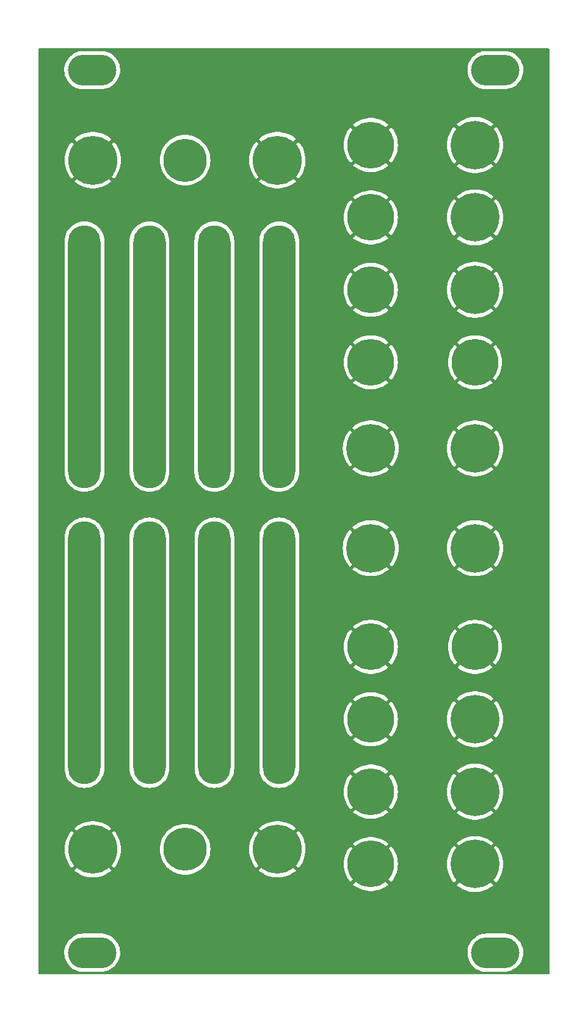
<source format=gbr>
%TF.GenerationSoftware,KiCad,Pcbnew,7.0.1-0*%
%TF.CreationDate,2024-01-26T10:10:29+13:00*%
%TF.ProjectId,MOL,4d4f4c2e-6b69-4636-9164-5f7063625858,rev?*%
%TF.SameCoordinates,Original*%
%TF.FileFunction,Copper,L1,Top*%
%TF.FilePolarity,Positive*%
%FSLAX46Y46*%
G04 Gerber Fmt 4.6, Leading zero omitted, Abs format (unit mm)*
G04 Created by KiCad (PCBNEW 7.0.1-0) date 2024-01-26 10:10:29*
%MOMM*%
%LPD*%
G01*
G04 APERTURE LIST*
%TA.AperFunction,ComponentPad*%
%ADD10C,6.500000*%
%TD*%
%TA.AperFunction,ComponentPad*%
%ADD11C,6.000000*%
%TD*%
%TA.AperFunction,ComponentPad*%
%ADD12C,6.750000*%
%TD*%
%TA.AperFunction,ComponentPad*%
%ADD13C,6.800000*%
%TD*%
%TA.AperFunction,ComponentPad*%
%ADD14O,6.715000X4.302000*%
%TD*%
%TA.AperFunction,ComponentPad*%
%ADD15O,4.500000X36.500000*%
%TD*%
G04 APERTURE END LIST*
D10*
%TO.P,JH1,1,1*%
%TO.N,GND*%
X242030000Y-40200000D03*
%TD*%
%TO.P,JH4,1,1*%
%TO.N,GND*%
X242030000Y-129950000D03*
%TD*%
%TO.P,JH3,1,1*%
%TO.N,GND*%
X242030000Y-109850000D03*
%TD*%
D11*
%TO.P,BH1,1,1*%
%TO.N,unconnected-(BH1-Pad1)*%
X216280000Y-42300000D03*
%TD*%
D12*
%TO.P,JH16,1,1*%
%TO.N,GND*%
X256480000Y-140000000D03*
%TD*%
D10*
%TO.P,JH7,1,1*%
%TO.N,GND*%
X256480000Y-109850000D03*
%TD*%
D11*
%TO.P,BH2,1,1*%
%TO.N,unconnected-(BH2-Pad1)*%
X216280000Y-137950000D03*
%TD*%
D12*
%TO.P,PH10,1,1*%
%TO.N,GND*%
X256490000Y-82300000D03*
%TD*%
%TO.P,JH8,1,1*%
%TO.N,GND*%
X256480000Y-129950000D03*
%TD*%
D13*
%TO.P,SH3,1,1*%
%TO.N,GND*%
X203480000Y-137950000D03*
%TD*%
D10*
%TO.P,JH9,1,1*%
%TO.N,GND*%
X242030000Y-50250000D03*
%TD*%
D12*
%TO.P,JH13,1,1*%
%TO.N,GND*%
X256480000Y-50250000D03*
%TD*%
D14*
%TO.P,J20,1,Pin_1*%
%TO.N,unconnected-(J20-Pin_1-Pad1)*%
X259300000Y-29800000D03*
%TD*%
D15*
%TO.P,PH7,1,1*%
%TO.N,unconnected-(PH7-Pad1)*%
X220340000Y-110670000D03*
%TD*%
D12*
%TO.P,PH9,1,1*%
%TO.N,GND*%
X242030000Y-82300000D03*
%TD*%
D15*
%TO.P,PH5,1,1*%
%TO.N,unconnected-(PH5-Pad1)*%
X202320000Y-110670000D03*
%TD*%
D12*
%TO.P,JH15,1,1*%
%TO.N,GND*%
X256480000Y-119900000D03*
%TD*%
D10*
%TO.P,JH2,1,1*%
%TO.N,GND*%
X242030000Y-60300000D03*
%TD*%
%TO.P,JH14,1,1*%
%TO.N,GND*%
X256480000Y-70350000D03*
%TD*%
D14*
%TO.P,J19,1,Pin_1*%
%TO.N,unconnected-(J19-Pin_1-Pad1)*%
X203400000Y-29800000D03*
%TD*%
D15*
%TO.P,PH4,1,1*%
%TO.N,unconnected-(PH4-Pad1)*%
X229320000Y-69570000D03*
%TD*%
D10*
%TO.P,JH11,1,1*%
%TO.N,GND*%
X242030000Y-119900000D03*
%TD*%
D13*
%TO.P,SH2,1,1*%
%TO.N,GND*%
X229080000Y-42300000D03*
%TD*%
D10*
%TO.P,JH12,1,1*%
%TO.N,GND*%
X242030000Y-140000000D03*
%TD*%
%TO.P,JH10,1,1*%
%TO.N,GND*%
X242030000Y-70350000D03*
%TD*%
D15*
%TO.P,PH8,1,1*%
%TO.N,unconnected-(PH8-Pad1)*%
X229320000Y-110670000D03*
%TD*%
D13*
%TO.P,SH1,1,1*%
%TO.N,GND*%
X203480000Y-42300000D03*
%TD*%
D15*
%TO.P,PH2,1,1*%
%TO.N,unconnected-(PH2-Pad1)*%
X211330000Y-69570000D03*
%TD*%
D12*
%TO.P,PH11,1,1*%
%TO.N,GND*%
X242020000Y-96150000D03*
%TD*%
D13*
%TO.P,SH4,1,1*%
%TO.N,GND*%
X229080000Y-137950000D03*
%TD*%
D14*
%TO.P,J21,1,Pin_1*%
%TO.N,unconnected-(J21-Pin_1-Pad1)*%
X203400000Y-152300000D03*
%TD*%
D15*
%TO.P,PH6,1,1*%
%TO.N,unconnected-(PH6-Pad1)*%
X211330000Y-110670000D03*
%TD*%
%TO.P,PH1,1,1*%
%TO.N,unconnected-(PH1-Pad1)*%
X202320000Y-69570000D03*
%TD*%
D14*
%TO.P,J18,1,Pin_1*%
%TO.N,unconnected-(J18-Pin_1-Pad1)*%
X259300000Y-152300000D03*
%TD*%
D12*
%TO.P,JH6,1,1*%
%TO.N,GND*%
X256480000Y-60300000D03*
%TD*%
D15*
%TO.P,PH3,1,1*%
%TO.N,unconnected-(PH3-Pad1)*%
X220330000Y-69570000D03*
%TD*%
D12*
%TO.P,JH5,1,1*%
%TO.N,GND*%
X256480000Y-40200000D03*
%TD*%
%TO.P,PH12,1,1*%
%TO.N,GND*%
X256480000Y-96150000D03*
%TD*%
%TA.AperFunction,Conductor*%
%TO.N,GND*%
G36*
X266747500Y-26817113D02*
G01*
X266792887Y-26862500D01*
X266809500Y-26924500D01*
X266809500Y-155175500D01*
X266792887Y-155237500D01*
X266747500Y-155282887D01*
X266685500Y-155299500D01*
X196054500Y-155299500D01*
X195992500Y-155282887D01*
X195947113Y-155237500D01*
X195930500Y-155175500D01*
X195930500Y-152382053D01*
X199530209Y-152382053D01*
X199560480Y-152708721D01*
X199630663Y-153029190D01*
X199739697Y-153338604D01*
X199885928Y-153632276D01*
X200067140Y-153905753D01*
X200280586Y-154154888D01*
X200523028Y-154375902D01*
X200790793Y-154565449D01*
X201079822Y-154720655D01*
X201385733Y-154839165D01*
X201703889Y-154919185D01*
X201964352Y-154951437D01*
X202029467Y-154959500D01*
X202029468Y-154959500D01*
X204688438Y-154959500D01*
X204688442Y-154959500D01*
X204933942Y-154944358D01*
X205256421Y-154884076D01*
X205569048Y-154784623D01*
X205867083Y-154647505D01*
X206146010Y-154474801D01*
X206401598Y-154269129D01*
X206629975Y-154033608D01*
X206827679Y-153771806D01*
X206991711Y-153487694D01*
X207119586Y-153185577D01*
X207209365Y-152870036D01*
X207259687Y-152545854D01*
X207264734Y-152382053D01*
X255430209Y-152382053D01*
X255460480Y-152708721D01*
X255530663Y-153029190D01*
X255639697Y-153338604D01*
X255785928Y-153632276D01*
X255967140Y-153905753D01*
X256180586Y-154154888D01*
X256423028Y-154375902D01*
X256690793Y-154565449D01*
X256979822Y-154720655D01*
X257285733Y-154839165D01*
X257603889Y-154919185D01*
X257864352Y-154951437D01*
X257929467Y-154959500D01*
X257929468Y-154959500D01*
X260588438Y-154959500D01*
X260588442Y-154959500D01*
X260833942Y-154944358D01*
X261156421Y-154884076D01*
X261469048Y-154784623D01*
X261767083Y-154647505D01*
X262046010Y-154474801D01*
X262301598Y-154269129D01*
X262529975Y-154033608D01*
X262727679Y-153771806D01*
X262891711Y-153487694D01*
X263019586Y-153185577D01*
X263109365Y-152870036D01*
X263159687Y-152545854D01*
X263169790Y-152217945D01*
X263139520Y-151891280D01*
X263069336Y-151570810D01*
X262960302Y-151261394D01*
X262814071Y-150967723D01*
X262632860Y-150694247D01*
X262523320Y-150566392D01*
X262419413Y-150445111D01*
X262176971Y-150224097D01*
X261909207Y-150034551D01*
X261620183Y-149879347D01*
X261620178Y-149879345D01*
X261314267Y-149760835D01*
X260996111Y-149680815D01*
X260996108Y-149680814D01*
X260996106Y-149680814D01*
X260670533Y-149640500D01*
X260670532Y-149640500D01*
X258011558Y-149640500D01*
X257766058Y-149655642D01*
X257658564Y-149675736D01*
X257443577Y-149715924D01*
X257130952Y-149815376D01*
X257130952Y-149815377D01*
X256991914Y-149879345D01*
X256832913Y-149952497D01*
X256553993Y-150125196D01*
X256298401Y-150330871D01*
X256070024Y-150566393D01*
X255872320Y-150828195D01*
X255708287Y-151112307D01*
X255580414Y-151414422D01*
X255490634Y-151729964D01*
X255440312Y-152054143D01*
X255430209Y-152382053D01*
X207264734Y-152382053D01*
X207269790Y-152217945D01*
X207239520Y-151891280D01*
X207169336Y-151570810D01*
X207060302Y-151261394D01*
X206914071Y-150967723D01*
X206732860Y-150694247D01*
X206623320Y-150566392D01*
X206519413Y-150445111D01*
X206276971Y-150224097D01*
X206009207Y-150034551D01*
X205720183Y-149879347D01*
X205720178Y-149879345D01*
X205414267Y-149760835D01*
X205096111Y-149680815D01*
X205096108Y-149680814D01*
X205096106Y-149680814D01*
X204770533Y-149640500D01*
X204770532Y-149640500D01*
X202111558Y-149640500D01*
X201866058Y-149655642D01*
X201758564Y-149675736D01*
X201543577Y-149715924D01*
X201230952Y-149815376D01*
X201230952Y-149815377D01*
X201091914Y-149879345D01*
X200932913Y-149952497D01*
X200653993Y-150125196D01*
X200398401Y-150330871D01*
X200170024Y-150566393D01*
X199972320Y-150828195D01*
X199808287Y-151112307D01*
X199680414Y-151414422D01*
X199590634Y-151729964D01*
X199540312Y-152054143D01*
X199530209Y-152382053D01*
X195930500Y-152382053D01*
X195930500Y-142822641D01*
X239560909Y-142822641D01*
X239731650Y-142969218D01*
X240043838Y-143186507D01*
X240376396Y-143371092D01*
X240725936Y-143521091D01*
X241088839Y-143634952D01*
X241461416Y-143711520D01*
X241839824Y-143750000D01*
X242220176Y-143750000D01*
X242598583Y-143711520D01*
X242971160Y-143634952D01*
X243334063Y-143521091D01*
X243683603Y-143371092D01*
X244016161Y-143186507D01*
X244328343Y-142969222D01*
X244395830Y-142911286D01*
X253922265Y-142911286D01*
X254105038Y-143068192D01*
X254427628Y-143292721D01*
X254771280Y-143483464D01*
X255132467Y-143638461D01*
X255507467Y-143756118D01*
X255892463Y-143835237D01*
X256283484Y-143875000D01*
X256676516Y-143875000D01*
X257067536Y-143835237D01*
X257452532Y-143756118D01*
X257827532Y-143638461D01*
X258188719Y-143483464D01*
X258532371Y-143292721D01*
X258854961Y-143068192D01*
X259037733Y-142911286D01*
X256480001Y-140353553D01*
X256480000Y-140353553D01*
X253922265Y-142911286D01*
X244395830Y-142911286D01*
X244499088Y-142822641D01*
X242030000Y-140353553D01*
X239560909Y-142822641D01*
X195930500Y-142822641D01*
X195930500Y-140879014D01*
X200904536Y-140879014D01*
X201089716Y-141037987D01*
X201414387Y-141263964D01*
X201760257Y-141455938D01*
X202123773Y-141611934D01*
X202501193Y-141730351D01*
X202888673Y-141809981D01*
X203282216Y-141850000D01*
X203677784Y-141850000D01*
X204071326Y-141809981D01*
X204458806Y-141730351D01*
X204836226Y-141611934D01*
X205199742Y-141455938D01*
X205545612Y-141263964D01*
X205870277Y-141037991D01*
X206055462Y-140879014D01*
X203480000Y-138303553D01*
X200904536Y-140879014D01*
X195930500Y-140879014D01*
X195930500Y-137950000D01*
X199574988Y-137950000D01*
X199595023Y-138345066D01*
X199654922Y-138736067D01*
X199754077Y-139119023D01*
X199891457Y-139489959D01*
X200065666Y-139845109D01*
X200274912Y-140180813D01*
X200517039Y-140493616D01*
X200549100Y-140527345D01*
X200549101Y-140527345D01*
X203126447Y-137950001D01*
X203833553Y-137950001D01*
X206410897Y-140527345D01*
X206410898Y-140527344D01*
X206442960Y-140493616D01*
X206685087Y-140180813D01*
X206894333Y-139845109D01*
X207068542Y-139489959D01*
X207205922Y-139119023D01*
X207305077Y-138736067D01*
X207364976Y-138345066D01*
X207385011Y-137950000D01*
X212766685Y-137950000D01*
X212785931Y-138317243D01*
X212843457Y-138680452D01*
X212938639Y-139035675D01*
X213070426Y-139378993D01*
X213237381Y-139706662D01*
X213437665Y-140015071D01*
X213437668Y-140015075D01*
X213669098Y-140300867D01*
X213929133Y-140560902D01*
X214214925Y-140792332D01*
X214214927Y-140792333D01*
X214214928Y-140792334D01*
X214523337Y-140992618D01*
X214781290Y-141124051D01*
X214851006Y-141159573D01*
X215194326Y-141291361D01*
X215549541Y-141386541D01*
X215912759Y-141444069D01*
X216280000Y-141463315D01*
X216647241Y-141444069D01*
X217010459Y-141386541D01*
X217365674Y-141291361D01*
X217708994Y-141159573D01*
X218036658Y-140992620D01*
X218036657Y-140992620D01*
X218036662Y-140992618D01*
X218211596Y-140879014D01*
X226504536Y-140879014D01*
X226689716Y-141037987D01*
X227014387Y-141263964D01*
X227360257Y-141455938D01*
X227723773Y-141611934D01*
X228101193Y-141730351D01*
X228488673Y-141809981D01*
X228882216Y-141850000D01*
X229277784Y-141850000D01*
X229671326Y-141809981D01*
X230058806Y-141730351D01*
X230436226Y-141611934D01*
X230799742Y-141455938D01*
X231145612Y-141263964D01*
X231470277Y-141037991D01*
X231655462Y-140879014D01*
X229080000Y-138303553D01*
X226504536Y-140879014D01*
X218211596Y-140879014D01*
X218345075Y-140792332D01*
X218630867Y-140560902D01*
X218890902Y-140300867D01*
X219122332Y-140015075D01*
X219232709Y-139845109D01*
X219322618Y-139706662D01*
X219353299Y-139646447D01*
X219489573Y-139378994D01*
X219621361Y-139035674D01*
X219716541Y-138680459D01*
X219774069Y-138317241D01*
X219793315Y-137950000D01*
X225174988Y-137950000D01*
X225195023Y-138345066D01*
X225254922Y-138736067D01*
X225354077Y-139119023D01*
X225491457Y-139489959D01*
X225665666Y-139845109D01*
X225874912Y-140180813D01*
X226117039Y-140493616D01*
X226149100Y-140527345D01*
X226149101Y-140527345D01*
X228726447Y-137950001D01*
X229433553Y-137950001D01*
X232010897Y-140527345D01*
X232010898Y-140527344D01*
X232042960Y-140493616D01*
X232285087Y-140180813D01*
X232397789Y-139999999D01*
X238275181Y-139999999D01*
X238294446Y-140379871D01*
X238352042Y-140755844D01*
X238447378Y-141124051D01*
X238579478Y-141480730D01*
X238746987Y-141822220D01*
X238948185Y-142145013D01*
X239181000Y-142445784D01*
X239205201Y-142471244D01*
X239205202Y-142471245D01*
X241676447Y-140000001D01*
X242383553Y-140000001D01*
X244854797Y-142471244D01*
X244879004Y-142445779D01*
X245111814Y-142145013D01*
X245313012Y-141822220D01*
X245480521Y-141480730D01*
X245612621Y-141124051D01*
X245707957Y-140755844D01*
X245765553Y-140379871D01*
X245784818Y-140000000D01*
X252600020Y-140000000D01*
X252619927Y-140392533D01*
X252679443Y-140781038D01*
X252777957Y-141161520D01*
X252914460Y-141530088D01*
X253087553Y-141882961D01*
X253295457Y-142216513D01*
X253536028Y-142527306D01*
X253566784Y-142559660D01*
X256126446Y-140000001D01*
X256833553Y-140000001D01*
X259393213Y-142559661D01*
X259393215Y-142559660D01*
X259423966Y-142527311D01*
X259664542Y-142216513D01*
X259872446Y-141882961D01*
X260045539Y-141530088D01*
X260182042Y-141161520D01*
X260280556Y-140781038D01*
X260340072Y-140392533D01*
X260359979Y-140000000D01*
X260340072Y-139607466D01*
X260280556Y-139218961D01*
X260182042Y-138838479D01*
X260045539Y-138469911D01*
X259872446Y-138117038D01*
X259664542Y-137783486D01*
X259423971Y-137472693D01*
X259393214Y-137440338D01*
X256833553Y-140000000D01*
X256833553Y-140000001D01*
X256126446Y-140000001D01*
X256126446Y-140000000D01*
X253566784Y-137440337D01*
X253566784Y-137440338D01*
X253536033Y-137472689D01*
X253295457Y-137783486D01*
X253087553Y-138117038D01*
X252914460Y-138469911D01*
X252777957Y-138838479D01*
X252679443Y-139218961D01*
X252619927Y-139607466D01*
X252600020Y-140000000D01*
X245784818Y-140000000D01*
X245784818Y-139999999D01*
X245765553Y-139620128D01*
X245707957Y-139244155D01*
X245612621Y-138875948D01*
X245480521Y-138519269D01*
X245313012Y-138177779D01*
X245111814Y-137854986D01*
X244878999Y-137554215D01*
X244854797Y-137528754D01*
X244854797Y-137528753D01*
X242383553Y-140000000D01*
X242383553Y-140000001D01*
X241676447Y-140000001D01*
X241676447Y-140000000D01*
X239205201Y-137528754D01*
X239180999Y-137554215D01*
X238948185Y-137854986D01*
X238746987Y-138177779D01*
X238579478Y-138519269D01*
X238447378Y-138875948D01*
X238352042Y-139244155D01*
X238294446Y-139620128D01*
X238275181Y-139999999D01*
X232397789Y-139999999D01*
X232494333Y-139845109D01*
X232668542Y-139489959D01*
X232805922Y-139119023D01*
X232905077Y-138736067D01*
X232964976Y-138345066D01*
X232985011Y-137950000D01*
X232964976Y-137554933D01*
X232907134Y-137177357D01*
X239560909Y-137177357D01*
X242030000Y-139646447D01*
X242030001Y-139646447D01*
X244499089Y-137177357D01*
X244395830Y-137088712D01*
X253922265Y-137088712D01*
X256480000Y-139646446D01*
X256480001Y-139646446D01*
X259037733Y-137088712D01*
X258854961Y-136931807D01*
X258532371Y-136707278D01*
X258188719Y-136516535D01*
X257827532Y-136361538D01*
X257452532Y-136243881D01*
X257067536Y-136164762D01*
X256676516Y-136125000D01*
X256283484Y-136125000D01*
X255892463Y-136164762D01*
X255507467Y-136243881D01*
X255132467Y-136361538D01*
X254771280Y-136516535D01*
X254427628Y-136707278D01*
X254105038Y-136931807D01*
X253922265Y-137088712D01*
X244395830Y-137088712D01*
X244328349Y-137030781D01*
X244016161Y-136813492D01*
X243683603Y-136628907D01*
X243334063Y-136478908D01*
X242971160Y-136365047D01*
X242598583Y-136288479D01*
X242220176Y-136250000D01*
X241839824Y-136250000D01*
X241461416Y-136288479D01*
X241088839Y-136365047D01*
X240725936Y-136478908D01*
X240376396Y-136628907D01*
X240043838Y-136813492D01*
X239731650Y-137030781D01*
X239560909Y-137177357D01*
X232907134Y-137177357D01*
X232905077Y-137163932D01*
X232805922Y-136780976D01*
X232668542Y-136410040D01*
X232494333Y-136054890D01*
X232285087Y-135719186D01*
X232042960Y-135406383D01*
X232010898Y-135372653D01*
X229433553Y-137950000D01*
X229433553Y-137950001D01*
X228726447Y-137950001D01*
X228726447Y-137950000D01*
X226149101Y-135372653D01*
X226149101Y-135372654D01*
X226117039Y-135406384D01*
X225874912Y-135719186D01*
X225665666Y-136054890D01*
X225491457Y-136410040D01*
X225354077Y-136780976D01*
X225254922Y-137163932D01*
X225195023Y-137554933D01*
X225174988Y-137950000D01*
X219793315Y-137950000D01*
X219774069Y-137582759D01*
X219716541Y-137219541D01*
X219621361Y-136864326D01*
X219489573Y-136521006D01*
X219408320Y-136361538D01*
X219322618Y-136193338D01*
X219122334Y-135884928D01*
X219122332Y-135884925D01*
X218890902Y-135599133D01*
X218630867Y-135339098D01*
X218345075Y-135107668D01*
X218345073Y-135107667D01*
X218345071Y-135107665D01*
X218211595Y-135020984D01*
X226504536Y-135020984D01*
X229080000Y-137596447D01*
X229080001Y-137596447D01*
X231655462Y-135020984D01*
X231470283Y-134862012D01*
X231145612Y-134636035D01*
X230799742Y-134444061D01*
X230436226Y-134288065D01*
X230058806Y-134169648D01*
X229671326Y-134090018D01*
X229277784Y-134050000D01*
X228882216Y-134050000D01*
X228488673Y-134090018D01*
X228101193Y-134169648D01*
X227723773Y-134288065D01*
X227360257Y-134444061D01*
X227014387Y-134636035D01*
X226689716Y-134862012D01*
X226504536Y-135020984D01*
X218211595Y-135020984D01*
X218036662Y-134907381D01*
X217708993Y-134740426D01*
X217365675Y-134608639D01*
X217010452Y-134513457D01*
X216647243Y-134455931D01*
X216280000Y-134436685D01*
X215912756Y-134455931D01*
X215549547Y-134513457D01*
X215194324Y-134608639D01*
X214851006Y-134740426D01*
X214523338Y-134907381D01*
X214214928Y-135107665D01*
X213929129Y-135339101D01*
X213669101Y-135599129D01*
X213437665Y-135884928D01*
X213237381Y-136193338D01*
X213070426Y-136521006D01*
X212938639Y-136864324D01*
X212843457Y-137219547D01*
X212785931Y-137582756D01*
X212766685Y-137950000D01*
X207385011Y-137950000D01*
X207364976Y-137554933D01*
X207305077Y-137163932D01*
X207205922Y-136780976D01*
X207068542Y-136410040D01*
X206894333Y-136054890D01*
X206685087Y-135719186D01*
X206442960Y-135406383D01*
X206410898Y-135372653D01*
X203833553Y-137950000D01*
X203833553Y-137950001D01*
X203126447Y-137950001D01*
X203126447Y-137950000D01*
X200549101Y-135372653D01*
X200549101Y-135372654D01*
X200517039Y-135406384D01*
X200274912Y-135719186D01*
X200065666Y-136054890D01*
X199891457Y-136410040D01*
X199754077Y-136780976D01*
X199654922Y-137163932D01*
X199595023Y-137554933D01*
X199574988Y-137950000D01*
X195930500Y-137950000D01*
X195930500Y-135020984D01*
X200904536Y-135020984D01*
X203480000Y-137596447D01*
X203480001Y-137596447D01*
X206055462Y-135020984D01*
X205870283Y-134862012D01*
X205545612Y-134636035D01*
X205199742Y-134444061D01*
X204836226Y-134288065D01*
X204458806Y-134169648D01*
X204071326Y-134090018D01*
X203677784Y-134050000D01*
X203282216Y-134050000D01*
X202888673Y-134090018D01*
X202501193Y-134169648D01*
X202123773Y-134288065D01*
X201760257Y-134444061D01*
X201414387Y-134636035D01*
X201089716Y-134862012D01*
X200904536Y-135020984D01*
X195930500Y-135020984D01*
X195930500Y-132772641D01*
X239560909Y-132772641D01*
X239731650Y-132919218D01*
X240043838Y-133136507D01*
X240376396Y-133321092D01*
X240725936Y-133471091D01*
X241088839Y-133584952D01*
X241461416Y-133661520D01*
X241839824Y-133700000D01*
X242220176Y-133700000D01*
X242598583Y-133661520D01*
X242971160Y-133584952D01*
X243334063Y-133471091D01*
X243683603Y-133321092D01*
X244016161Y-133136507D01*
X244328343Y-132919222D01*
X244395830Y-132861286D01*
X253922265Y-132861286D01*
X254105038Y-133018192D01*
X254427628Y-133242721D01*
X254771280Y-133433464D01*
X255132467Y-133588461D01*
X255507467Y-133706118D01*
X255892463Y-133785237D01*
X256283484Y-133825000D01*
X256676516Y-133825000D01*
X257067536Y-133785237D01*
X257452532Y-133706118D01*
X257827532Y-133588461D01*
X258188719Y-133433464D01*
X258532371Y-133242721D01*
X258854961Y-133018192D01*
X259037733Y-132861286D01*
X256480001Y-130303553D01*
X256480000Y-130303553D01*
X253922265Y-132861286D01*
X244395830Y-132861286D01*
X244499088Y-132772641D01*
X242030000Y-130303553D01*
X239560909Y-132772641D01*
X195930500Y-132772641D01*
X195930500Y-129950000D01*
X238275181Y-129950000D01*
X238294446Y-130329871D01*
X238352042Y-130705844D01*
X238447378Y-131074051D01*
X238579478Y-131430730D01*
X238746987Y-131772220D01*
X238948185Y-132095013D01*
X239181000Y-132395784D01*
X239205201Y-132421244D01*
X239205202Y-132421245D01*
X241676447Y-129950001D01*
X242383553Y-129950001D01*
X244854797Y-132421244D01*
X244879004Y-132395779D01*
X245111814Y-132095013D01*
X245313012Y-131772220D01*
X245480521Y-131430730D01*
X245612621Y-131074051D01*
X245707957Y-130705844D01*
X245765553Y-130329871D01*
X245784818Y-129950000D01*
X245784818Y-129949999D01*
X252600020Y-129949999D01*
X252619927Y-130342533D01*
X252679443Y-130731038D01*
X252777957Y-131111520D01*
X252914460Y-131480088D01*
X253087553Y-131832961D01*
X253295457Y-132166513D01*
X253536028Y-132477306D01*
X253566784Y-132509660D01*
X256126446Y-129950001D01*
X256833553Y-129950001D01*
X259393213Y-132509661D01*
X259393215Y-132509660D01*
X259423966Y-132477311D01*
X259664542Y-132166513D01*
X259872446Y-131832961D01*
X260045539Y-131480088D01*
X260182042Y-131111520D01*
X260280556Y-130731038D01*
X260340072Y-130342533D01*
X260359979Y-129949999D01*
X260340072Y-129557466D01*
X260280556Y-129168961D01*
X260182042Y-128788479D01*
X260045539Y-128419911D01*
X259872446Y-128067038D01*
X259664542Y-127733486D01*
X259423971Y-127422693D01*
X259393214Y-127390338D01*
X256833553Y-129950000D01*
X256833553Y-129950001D01*
X256126446Y-129950001D01*
X256126446Y-129950000D01*
X253566784Y-127390337D01*
X253566784Y-127390338D01*
X253536033Y-127422689D01*
X253295457Y-127733486D01*
X253087553Y-128067038D01*
X252914460Y-128419911D01*
X252777957Y-128788479D01*
X252679443Y-129168961D01*
X252619927Y-129557466D01*
X252600020Y-129949999D01*
X245784818Y-129949999D01*
X245765553Y-129570128D01*
X245707957Y-129194155D01*
X245612621Y-128825948D01*
X245480521Y-128469269D01*
X245313012Y-128127779D01*
X245111814Y-127804986D01*
X244878999Y-127504215D01*
X244854797Y-127478754D01*
X244854797Y-127478753D01*
X242383553Y-129950000D01*
X242383553Y-129950001D01*
X241676447Y-129950001D01*
X241676447Y-129950000D01*
X239205201Y-127478754D01*
X239180999Y-127504215D01*
X238948185Y-127804986D01*
X238746987Y-128127779D01*
X238579478Y-128469269D01*
X238447378Y-128825948D01*
X238352042Y-129194155D01*
X238294446Y-129570128D01*
X238275181Y-129950000D01*
X195930500Y-129950000D01*
X195930500Y-126753356D01*
X199561500Y-126753356D01*
X199576607Y-127003108D01*
X199636763Y-127331364D01*
X199736040Y-127649958D01*
X199736042Y-127649963D01*
X199736043Y-127649965D01*
X199873005Y-127954282D01*
X200045650Y-128239871D01*
X200251459Y-128502567D01*
X200487433Y-128738541D01*
X200750129Y-128944350D01*
X201035718Y-129116995D01*
X201340035Y-129253957D01*
X201658641Y-129353238D01*
X201986892Y-129413393D01*
X202320000Y-129433542D01*
X202653108Y-129413393D01*
X202981359Y-129353238D01*
X203299965Y-129253957D01*
X203604282Y-129116995D01*
X203889871Y-128944350D01*
X204152567Y-128738541D01*
X204388541Y-128502567D01*
X204594350Y-128239871D01*
X204766995Y-127954282D01*
X204903957Y-127649965D01*
X205003238Y-127331359D01*
X205063393Y-127003108D01*
X205078500Y-126753356D01*
X208571500Y-126753356D01*
X208586607Y-127003108D01*
X208646763Y-127331364D01*
X208746040Y-127649958D01*
X208746042Y-127649963D01*
X208746043Y-127649965D01*
X208883005Y-127954282D01*
X209055650Y-128239871D01*
X209261459Y-128502567D01*
X209497433Y-128738541D01*
X209760129Y-128944350D01*
X210045718Y-129116995D01*
X210350035Y-129253957D01*
X210668641Y-129353238D01*
X210996892Y-129413393D01*
X211330000Y-129433542D01*
X211663108Y-129413393D01*
X211991359Y-129353238D01*
X212309965Y-129253957D01*
X212614282Y-129116995D01*
X212899871Y-128944350D01*
X213162567Y-128738541D01*
X213398541Y-128502567D01*
X213604350Y-128239871D01*
X213776995Y-127954282D01*
X213913957Y-127649965D01*
X214013238Y-127331359D01*
X214073393Y-127003108D01*
X214088500Y-126753356D01*
X217581500Y-126753356D01*
X217596607Y-127003108D01*
X217656763Y-127331364D01*
X217756040Y-127649958D01*
X217756042Y-127649963D01*
X217756043Y-127649965D01*
X217893005Y-127954282D01*
X218065650Y-128239871D01*
X218271459Y-128502567D01*
X218507433Y-128738541D01*
X218770129Y-128944350D01*
X219055718Y-129116995D01*
X219360035Y-129253957D01*
X219678641Y-129353238D01*
X220006892Y-129413393D01*
X220340000Y-129433542D01*
X220673108Y-129413393D01*
X221001359Y-129353238D01*
X221319965Y-129253957D01*
X221624282Y-129116995D01*
X221909871Y-128944350D01*
X222172567Y-128738541D01*
X222408541Y-128502567D01*
X222614350Y-128239871D01*
X222786995Y-127954282D01*
X222923957Y-127649965D01*
X223023238Y-127331359D01*
X223083393Y-127003108D01*
X223098500Y-126753356D01*
X226561500Y-126753356D01*
X226576607Y-127003108D01*
X226636763Y-127331364D01*
X226736040Y-127649958D01*
X226736042Y-127649963D01*
X226736043Y-127649965D01*
X226873005Y-127954282D01*
X227045650Y-128239871D01*
X227251459Y-128502567D01*
X227487433Y-128738541D01*
X227750129Y-128944350D01*
X228035718Y-129116995D01*
X228340035Y-129253957D01*
X228658641Y-129353238D01*
X228986892Y-129413393D01*
X229320000Y-129433542D01*
X229653108Y-129413393D01*
X229981359Y-129353238D01*
X230299965Y-129253957D01*
X230604282Y-129116995D01*
X230889871Y-128944350D01*
X231152567Y-128738541D01*
X231388541Y-128502567D01*
X231594350Y-128239871D01*
X231766995Y-127954282D01*
X231903957Y-127649965D01*
X232003238Y-127331359D01*
X232040623Y-127127357D01*
X239560909Y-127127357D01*
X242030000Y-129596447D01*
X242030001Y-129596447D01*
X244499089Y-127127357D01*
X244395830Y-127038712D01*
X253922265Y-127038712D01*
X256480000Y-129596446D01*
X256480001Y-129596446D01*
X259037733Y-127038712D01*
X258854961Y-126881807D01*
X258532371Y-126657278D01*
X258188719Y-126466535D01*
X257827532Y-126311538D01*
X257452532Y-126193881D01*
X257067536Y-126114762D01*
X256676516Y-126075000D01*
X256283484Y-126075000D01*
X255892463Y-126114762D01*
X255507467Y-126193881D01*
X255132467Y-126311538D01*
X254771280Y-126466535D01*
X254427628Y-126657278D01*
X254105038Y-126881807D01*
X253922265Y-127038712D01*
X244395830Y-127038712D01*
X244328349Y-126980781D01*
X244016161Y-126763492D01*
X243683603Y-126578907D01*
X243334063Y-126428908D01*
X242971160Y-126315047D01*
X242598583Y-126238479D01*
X242220176Y-126200000D01*
X241839824Y-126200000D01*
X241461416Y-126238479D01*
X241088839Y-126315047D01*
X240725936Y-126428908D01*
X240376396Y-126578907D01*
X240043838Y-126763492D01*
X239731650Y-126980781D01*
X239560909Y-127127357D01*
X232040623Y-127127357D01*
X232063393Y-127003108D01*
X232078500Y-126753356D01*
X232078500Y-122722641D01*
X239560909Y-122722641D01*
X239731650Y-122869218D01*
X240043838Y-123086507D01*
X240376396Y-123271092D01*
X240725936Y-123421091D01*
X241088839Y-123534952D01*
X241461416Y-123611520D01*
X241839824Y-123650000D01*
X242220176Y-123650000D01*
X242598583Y-123611520D01*
X242971160Y-123534952D01*
X243334063Y-123421091D01*
X243683603Y-123271092D01*
X244016161Y-123086507D01*
X244328343Y-122869222D01*
X244395830Y-122811286D01*
X253922265Y-122811286D01*
X254105038Y-122968192D01*
X254427628Y-123192721D01*
X254771280Y-123383464D01*
X255132467Y-123538461D01*
X255507467Y-123656118D01*
X255892463Y-123735237D01*
X256283484Y-123775000D01*
X256676516Y-123775000D01*
X257067536Y-123735237D01*
X257452532Y-123656118D01*
X257827532Y-123538461D01*
X258188719Y-123383464D01*
X258532371Y-123192721D01*
X258854961Y-122968192D01*
X259037733Y-122811286D01*
X256480001Y-120253553D01*
X256480000Y-120253553D01*
X253922265Y-122811286D01*
X244395830Y-122811286D01*
X244499088Y-122722641D01*
X242030000Y-120253553D01*
X239560909Y-122722641D01*
X232078500Y-122722641D01*
X232078500Y-119900000D01*
X238275181Y-119900000D01*
X238294446Y-120279871D01*
X238352042Y-120655844D01*
X238447378Y-121024051D01*
X238579478Y-121380730D01*
X238746987Y-121722220D01*
X238948185Y-122045013D01*
X239181000Y-122345784D01*
X239205201Y-122371244D01*
X239205202Y-122371245D01*
X241676447Y-119900001D01*
X242383553Y-119900001D01*
X244854797Y-122371244D01*
X244879004Y-122345779D01*
X245111814Y-122045013D01*
X245313012Y-121722220D01*
X245480521Y-121380730D01*
X245612621Y-121024051D01*
X245707957Y-120655844D01*
X245765553Y-120279871D01*
X245784818Y-119900000D01*
X252600020Y-119900000D01*
X252619927Y-120292533D01*
X252679443Y-120681038D01*
X252777957Y-121061520D01*
X252914460Y-121430088D01*
X253087553Y-121782961D01*
X253295457Y-122116513D01*
X253536028Y-122427306D01*
X253566784Y-122459660D01*
X256126446Y-119900001D01*
X256833553Y-119900001D01*
X259393213Y-122459661D01*
X259393215Y-122459660D01*
X259423966Y-122427311D01*
X259664542Y-122116513D01*
X259872446Y-121782961D01*
X260045539Y-121430088D01*
X260182042Y-121061520D01*
X260280556Y-120681038D01*
X260340072Y-120292533D01*
X260359979Y-119900000D01*
X260340072Y-119507466D01*
X260280556Y-119118961D01*
X260182042Y-118738479D01*
X260045539Y-118369911D01*
X259872446Y-118017038D01*
X259664542Y-117683486D01*
X259423971Y-117372693D01*
X259393214Y-117340338D01*
X256833553Y-119900000D01*
X256833553Y-119900001D01*
X256126446Y-119900001D01*
X256126446Y-119900000D01*
X253566784Y-117340337D01*
X253566784Y-117340338D01*
X253536033Y-117372689D01*
X253295457Y-117683486D01*
X253087553Y-118017038D01*
X252914460Y-118369911D01*
X252777957Y-118738479D01*
X252679443Y-119118961D01*
X252619927Y-119507466D01*
X252600020Y-119900000D01*
X245784818Y-119900000D01*
X245765553Y-119520128D01*
X245707957Y-119144155D01*
X245612621Y-118775948D01*
X245480521Y-118419269D01*
X245313012Y-118077779D01*
X245111814Y-117754986D01*
X244878999Y-117454215D01*
X244854797Y-117428754D01*
X244854797Y-117428753D01*
X242383553Y-119900000D01*
X242383553Y-119900001D01*
X241676447Y-119900001D01*
X241676447Y-119900000D01*
X239205201Y-117428754D01*
X239180999Y-117454215D01*
X238948185Y-117754986D01*
X238746987Y-118077779D01*
X238579478Y-118419269D01*
X238447378Y-118775948D01*
X238352042Y-119144155D01*
X238294446Y-119520128D01*
X238275181Y-119900000D01*
X232078500Y-119900000D01*
X232078500Y-117077357D01*
X239560909Y-117077357D01*
X242030000Y-119546447D01*
X242030001Y-119546447D01*
X244499089Y-117077357D01*
X244395830Y-116988712D01*
X253922265Y-116988712D01*
X256480000Y-119546446D01*
X256480001Y-119546446D01*
X259037733Y-116988712D01*
X258854961Y-116831807D01*
X258532371Y-116607278D01*
X258188719Y-116416535D01*
X257827532Y-116261538D01*
X257452532Y-116143881D01*
X257067536Y-116064762D01*
X256676516Y-116025000D01*
X256283484Y-116025000D01*
X255892463Y-116064762D01*
X255507467Y-116143881D01*
X255132467Y-116261538D01*
X254771280Y-116416535D01*
X254427628Y-116607278D01*
X254105038Y-116831807D01*
X253922265Y-116988712D01*
X244395830Y-116988712D01*
X244328349Y-116930781D01*
X244016161Y-116713492D01*
X243683603Y-116528907D01*
X243334063Y-116378908D01*
X242971160Y-116265047D01*
X242598583Y-116188479D01*
X242220176Y-116150000D01*
X241839824Y-116150000D01*
X241461416Y-116188479D01*
X241088839Y-116265047D01*
X240725936Y-116378908D01*
X240376396Y-116528907D01*
X240043838Y-116713492D01*
X239731650Y-116930781D01*
X239560909Y-117077357D01*
X232078500Y-117077357D01*
X232078500Y-112672641D01*
X239560909Y-112672641D01*
X239731650Y-112819218D01*
X240043838Y-113036507D01*
X240376396Y-113221092D01*
X240725936Y-113371091D01*
X241088839Y-113484952D01*
X241461416Y-113561520D01*
X241839824Y-113600000D01*
X242220176Y-113600000D01*
X242598583Y-113561520D01*
X242971160Y-113484952D01*
X243334063Y-113371091D01*
X243683603Y-113221092D01*
X244016161Y-113036507D01*
X244328343Y-112819222D01*
X244499088Y-112672641D01*
X254010909Y-112672641D01*
X254181650Y-112819218D01*
X254493838Y-113036507D01*
X254826396Y-113221092D01*
X255175936Y-113371091D01*
X255538839Y-113484952D01*
X255911416Y-113561520D01*
X256289824Y-113600000D01*
X256670176Y-113600000D01*
X257048583Y-113561520D01*
X257421160Y-113484952D01*
X257784063Y-113371091D01*
X258133603Y-113221092D01*
X258466161Y-113036507D01*
X258778343Y-112819222D01*
X258949088Y-112672641D01*
X256480000Y-110203553D01*
X254010909Y-112672641D01*
X244499088Y-112672641D01*
X242030000Y-110203553D01*
X239560909Y-112672641D01*
X232078500Y-112672641D01*
X232078500Y-109850000D01*
X238275181Y-109850000D01*
X238294446Y-110229871D01*
X238352042Y-110605844D01*
X238447378Y-110974051D01*
X238579478Y-111330730D01*
X238746987Y-111672220D01*
X238948185Y-111995013D01*
X239181000Y-112295784D01*
X239205201Y-112321244D01*
X239205202Y-112321245D01*
X241676447Y-109850001D01*
X242383553Y-109850001D01*
X244854797Y-112321244D01*
X244879004Y-112295779D01*
X245111814Y-111995013D01*
X245313012Y-111672220D01*
X245480521Y-111330730D01*
X245612621Y-110974051D01*
X245707957Y-110605844D01*
X245765553Y-110229871D01*
X245784818Y-109850000D01*
X252725181Y-109850000D01*
X252744446Y-110229871D01*
X252802042Y-110605844D01*
X252897378Y-110974051D01*
X253029478Y-111330730D01*
X253196987Y-111672220D01*
X253398185Y-111995013D01*
X253631000Y-112295784D01*
X253655201Y-112321244D01*
X253655202Y-112321245D01*
X256126447Y-109850001D01*
X256833553Y-109850001D01*
X259304797Y-112321244D01*
X259329004Y-112295779D01*
X259561814Y-111995013D01*
X259763012Y-111672220D01*
X259930521Y-111330730D01*
X260062621Y-110974051D01*
X260157957Y-110605844D01*
X260215553Y-110229871D01*
X260234818Y-109850000D01*
X260215553Y-109470128D01*
X260157957Y-109094155D01*
X260062621Y-108725948D01*
X259930521Y-108369269D01*
X259763012Y-108027779D01*
X259561814Y-107704986D01*
X259328999Y-107404215D01*
X259304797Y-107378754D01*
X259304797Y-107378753D01*
X256833553Y-109850000D01*
X256833553Y-109850001D01*
X256126447Y-109850001D01*
X256126447Y-109850000D01*
X253655201Y-107378754D01*
X253630999Y-107404215D01*
X253398185Y-107704986D01*
X253196987Y-108027779D01*
X253029478Y-108369269D01*
X252897378Y-108725948D01*
X252802042Y-109094155D01*
X252744446Y-109470128D01*
X252725181Y-109850000D01*
X245784818Y-109850000D01*
X245765553Y-109470128D01*
X245707957Y-109094155D01*
X245612621Y-108725948D01*
X245480521Y-108369269D01*
X245313012Y-108027779D01*
X245111814Y-107704986D01*
X244878999Y-107404215D01*
X244854797Y-107378754D01*
X244854797Y-107378753D01*
X242383553Y-109850000D01*
X242383553Y-109850001D01*
X241676447Y-109850001D01*
X241676447Y-109850000D01*
X239205201Y-107378754D01*
X239180999Y-107404215D01*
X238948185Y-107704986D01*
X238746987Y-108027779D01*
X238579478Y-108369269D01*
X238447378Y-108725948D01*
X238352042Y-109094155D01*
X238294446Y-109470128D01*
X238275181Y-109850000D01*
X232078500Y-109850000D01*
X232078500Y-107027357D01*
X239560909Y-107027357D01*
X242030000Y-109496447D01*
X242030001Y-109496447D01*
X244499089Y-107027357D01*
X254010909Y-107027357D01*
X256480000Y-109496447D01*
X256480001Y-109496447D01*
X258949089Y-107027357D01*
X258778349Y-106880781D01*
X258466161Y-106663492D01*
X258133603Y-106478907D01*
X257784063Y-106328908D01*
X257421160Y-106215047D01*
X257048583Y-106138479D01*
X256670176Y-106100000D01*
X256289824Y-106100000D01*
X255911416Y-106138479D01*
X255538839Y-106215047D01*
X255175936Y-106328908D01*
X254826396Y-106478907D01*
X254493838Y-106663492D01*
X254181650Y-106880781D01*
X254010909Y-107027357D01*
X244499089Y-107027357D01*
X244328349Y-106880781D01*
X244016161Y-106663492D01*
X243683603Y-106478907D01*
X243334063Y-106328908D01*
X242971160Y-106215047D01*
X242598583Y-106138479D01*
X242220176Y-106100000D01*
X241839824Y-106100000D01*
X241461416Y-106138479D01*
X241088839Y-106215047D01*
X240725936Y-106328908D01*
X240376396Y-106478907D01*
X240043838Y-106663492D01*
X239731650Y-106880781D01*
X239560909Y-107027357D01*
X232078500Y-107027357D01*
X232078500Y-99061286D01*
X239462265Y-99061286D01*
X239645038Y-99218192D01*
X239967628Y-99442721D01*
X240311280Y-99633464D01*
X240672467Y-99788461D01*
X241047467Y-99906118D01*
X241432463Y-99985237D01*
X241823484Y-100025000D01*
X242216516Y-100025000D01*
X242607536Y-99985237D01*
X242992532Y-99906118D01*
X243367532Y-99788461D01*
X243728719Y-99633464D01*
X244072371Y-99442721D01*
X244394961Y-99218192D01*
X244577733Y-99061286D01*
X253922265Y-99061286D01*
X254105038Y-99218192D01*
X254427628Y-99442721D01*
X254771280Y-99633464D01*
X255132467Y-99788461D01*
X255507467Y-99906118D01*
X255892463Y-99985237D01*
X256283484Y-100025000D01*
X256676516Y-100025000D01*
X257067536Y-99985237D01*
X257452532Y-99906118D01*
X257827532Y-99788461D01*
X258188719Y-99633464D01*
X258532371Y-99442721D01*
X258854961Y-99218192D01*
X259037733Y-99061286D01*
X256480001Y-96503553D01*
X256480000Y-96503553D01*
X253922265Y-99061286D01*
X244577733Y-99061286D01*
X242020001Y-96503553D01*
X242020000Y-96503553D01*
X239462265Y-99061286D01*
X232078500Y-99061286D01*
X232078500Y-96150000D01*
X238140020Y-96150000D01*
X238159927Y-96542533D01*
X238219443Y-96931038D01*
X238317957Y-97311520D01*
X238454460Y-97680088D01*
X238627553Y-98032961D01*
X238835457Y-98366513D01*
X239076028Y-98677306D01*
X239106784Y-98709660D01*
X241666446Y-96150001D01*
X242373553Y-96150001D01*
X244933213Y-98709661D01*
X244933215Y-98709660D01*
X244963966Y-98677311D01*
X245204542Y-98366513D01*
X245412446Y-98032961D01*
X245585539Y-97680088D01*
X245722042Y-97311520D01*
X245820556Y-96931038D01*
X245880072Y-96542533D01*
X245899979Y-96150000D01*
X252600020Y-96150000D01*
X252619927Y-96542533D01*
X252679443Y-96931038D01*
X252777957Y-97311520D01*
X252914460Y-97680088D01*
X253087553Y-98032961D01*
X253295457Y-98366513D01*
X253536028Y-98677306D01*
X253566784Y-98709660D01*
X256126446Y-96150001D01*
X256833553Y-96150001D01*
X259393213Y-98709661D01*
X259393215Y-98709660D01*
X259423966Y-98677311D01*
X259664542Y-98366513D01*
X259872446Y-98032961D01*
X260045539Y-97680088D01*
X260182042Y-97311520D01*
X260280556Y-96931038D01*
X260340072Y-96542533D01*
X260359979Y-96150000D01*
X260340072Y-95757466D01*
X260280556Y-95368961D01*
X260182042Y-94988479D01*
X260045539Y-94619911D01*
X259872446Y-94267038D01*
X259664542Y-93933486D01*
X259423971Y-93622693D01*
X259393214Y-93590338D01*
X256833553Y-96150000D01*
X256833553Y-96150001D01*
X256126446Y-96150001D01*
X256126446Y-96150000D01*
X253566784Y-93590337D01*
X253566784Y-93590338D01*
X253536033Y-93622689D01*
X253295457Y-93933486D01*
X253087553Y-94267038D01*
X252914460Y-94619911D01*
X252777957Y-94988479D01*
X252679443Y-95368961D01*
X252619927Y-95757466D01*
X252600020Y-96150000D01*
X245899979Y-96150000D01*
X245880072Y-95757466D01*
X245820556Y-95368961D01*
X245722042Y-94988479D01*
X245585539Y-94619911D01*
X245412446Y-94267038D01*
X245204542Y-93933486D01*
X244963971Y-93622693D01*
X244933214Y-93590338D01*
X242373553Y-96150000D01*
X242373553Y-96150001D01*
X241666446Y-96150001D01*
X241666446Y-96150000D01*
X239106784Y-93590337D01*
X239106784Y-93590338D01*
X239076033Y-93622689D01*
X238835457Y-93933486D01*
X238627553Y-94267038D01*
X238454460Y-94619911D01*
X238317957Y-94988479D01*
X238219443Y-95368961D01*
X238159927Y-95757466D01*
X238140020Y-96150000D01*
X232078500Y-96150000D01*
X232078500Y-94586644D01*
X232063393Y-94336892D01*
X232003238Y-94008641D01*
X231903957Y-93690035D01*
X231766995Y-93385718D01*
X231678127Y-93238712D01*
X239462265Y-93238712D01*
X242020000Y-95796446D01*
X242020001Y-95796446D01*
X244577733Y-93238712D01*
X253922265Y-93238712D01*
X256480000Y-95796446D01*
X256480001Y-95796446D01*
X259037733Y-93238712D01*
X258854961Y-93081807D01*
X258532371Y-92857278D01*
X258188719Y-92666535D01*
X257827532Y-92511538D01*
X257452532Y-92393881D01*
X257067536Y-92314762D01*
X256676516Y-92275000D01*
X256283484Y-92275000D01*
X255892463Y-92314762D01*
X255507467Y-92393881D01*
X255132467Y-92511538D01*
X254771280Y-92666535D01*
X254427628Y-92857278D01*
X254105038Y-93081807D01*
X253922265Y-93238712D01*
X244577733Y-93238712D01*
X244394961Y-93081807D01*
X244072371Y-92857278D01*
X243728719Y-92666535D01*
X243367532Y-92511538D01*
X242992532Y-92393881D01*
X242607536Y-92314762D01*
X242216516Y-92275000D01*
X241823484Y-92275000D01*
X241432463Y-92314762D01*
X241047467Y-92393881D01*
X240672467Y-92511538D01*
X240311280Y-92666535D01*
X239967628Y-92857278D01*
X239645038Y-93081807D01*
X239462265Y-93238712D01*
X231678127Y-93238712D01*
X231594350Y-93100129D01*
X231388541Y-92837433D01*
X231152567Y-92601459D01*
X230889871Y-92395650D01*
X230604282Y-92223005D01*
X230299965Y-92086043D01*
X230299963Y-92086042D01*
X230299958Y-92086040D01*
X229981364Y-91986763D01*
X229653108Y-91926607D01*
X229320000Y-91906457D01*
X228986891Y-91926607D01*
X228658635Y-91986763D01*
X228340041Y-92086040D01*
X228035717Y-92223005D01*
X227750128Y-92395650D01*
X227487430Y-92601461D01*
X227251461Y-92837430D01*
X227045650Y-93100128D01*
X226873005Y-93385717D01*
X226736040Y-93690041D01*
X226636763Y-94008635D01*
X226636761Y-94008641D01*
X226636762Y-94008641D01*
X226576607Y-94336892D01*
X226561500Y-94586644D01*
X226561500Y-126753356D01*
X223098500Y-126753356D01*
X223098500Y-94586644D01*
X223083393Y-94336892D01*
X223023238Y-94008641D01*
X222923957Y-93690035D01*
X222786995Y-93385718D01*
X222614350Y-93100129D01*
X222408541Y-92837433D01*
X222172567Y-92601459D01*
X221909871Y-92395650D01*
X221624282Y-92223005D01*
X221319965Y-92086043D01*
X221319963Y-92086042D01*
X221319958Y-92086040D01*
X221001364Y-91986763D01*
X220673108Y-91926607D01*
X220340000Y-91906457D01*
X220006891Y-91926607D01*
X219678635Y-91986763D01*
X219360041Y-92086040D01*
X219055717Y-92223005D01*
X218770128Y-92395650D01*
X218507430Y-92601461D01*
X218271461Y-92837430D01*
X218065650Y-93100128D01*
X217893005Y-93385717D01*
X217756040Y-93690041D01*
X217656763Y-94008635D01*
X217656761Y-94008641D01*
X217656762Y-94008641D01*
X217596607Y-94336892D01*
X217581500Y-94586644D01*
X217581500Y-126753356D01*
X214088500Y-126753356D01*
X214088500Y-94586644D01*
X214073393Y-94336892D01*
X214013238Y-94008641D01*
X213913957Y-93690035D01*
X213776995Y-93385718D01*
X213604350Y-93100129D01*
X213398541Y-92837433D01*
X213162567Y-92601459D01*
X212899871Y-92395650D01*
X212614282Y-92223005D01*
X212309965Y-92086043D01*
X212309963Y-92086042D01*
X212309958Y-92086040D01*
X211991364Y-91986763D01*
X211663108Y-91926607D01*
X211330000Y-91906457D01*
X210996891Y-91926607D01*
X210668635Y-91986763D01*
X210350041Y-92086040D01*
X210045717Y-92223005D01*
X209760128Y-92395650D01*
X209497430Y-92601461D01*
X209261461Y-92837430D01*
X209055650Y-93100128D01*
X208883005Y-93385717D01*
X208746040Y-93690041D01*
X208646763Y-94008635D01*
X208646761Y-94008641D01*
X208646762Y-94008641D01*
X208586607Y-94336892D01*
X208571500Y-94586644D01*
X208571500Y-126753356D01*
X205078500Y-126753356D01*
X205078500Y-94586644D01*
X205063393Y-94336892D01*
X205003238Y-94008641D01*
X204903957Y-93690035D01*
X204766995Y-93385718D01*
X204594350Y-93100129D01*
X204388541Y-92837433D01*
X204152567Y-92601459D01*
X203889871Y-92395650D01*
X203604282Y-92223005D01*
X203299965Y-92086043D01*
X203299963Y-92086042D01*
X203299958Y-92086040D01*
X202981364Y-91986763D01*
X202653108Y-91926607D01*
X202320000Y-91906457D01*
X201986891Y-91926607D01*
X201658635Y-91986763D01*
X201340041Y-92086040D01*
X201035717Y-92223005D01*
X200750128Y-92395650D01*
X200487430Y-92601461D01*
X200251461Y-92837430D01*
X200045650Y-93100128D01*
X199873005Y-93385717D01*
X199736040Y-93690041D01*
X199636763Y-94008635D01*
X199636761Y-94008641D01*
X199636762Y-94008641D01*
X199576607Y-94336892D01*
X199561500Y-94586644D01*
X199561500Y-126753356D01*
X195930500Y-126753356D01*
X195930500Y-85653356D01*
X199561500Y-85653356D01*
X199576607Y-85903108D01*
X199604647Y-86056118D01*
X199636763Y-86231364D01*
X199736040Y-86549958D01*
X199736042Y-86549963D01*
X199736043Y-86549965D01*
X199873005Y-86854282D01*
X200045650Y-87139871D01*
X200251459Y-87402567D01*
X200487433Y-87638541D01*
X200750129Y-87844350D01*
X201035718Y-88016995D01*
X201340035Y-88153957D01*
X201658641Y-88253238D01*
X201986892Y-88313393D01*
X202320000Y-88333542D01*
X202653108Y-88313393D01*
X202981359Y-88253238D01*
X203299965Y-88153957D01*
X203604282Y-88016995D01*
X203889871Y-87844350D01*
X204152567Y-87638541D01*
X204388541Y-87402567D01*
X204594350Y-87139871D01*
X204766995Y-86854282D01*
X204903957Y-86549965D01*
X205003238Y-86231359D01*
X205063393Y-85903108D01*
X205078500Y-85653356D01*
X208571500Y-85653356D01*
X208586607Y-85903108D01*
X208614647Y-86056118D01*
X208646763Y-86231364D01*
X208746040Y-86549958D01*
X208746042Y-86549963D01*
X208746043Y-86549965D01*
X208883005Y-86854282D01*
X209055650Y-87139871D01*
X209261459Y-87402567D01*
X209497433Y-87638541D01*
X209760129Y-87844350D01*
X210045718Y-88016995D01*
X210350035Y-88153957D01*
X210668641Y-88253238D01*
X210996892Y-88313393D01*
X211330000Y-88333542D01*
X211663108Y-88313393D01*
X211991359Y-88253238D01*
X212309965Y-88153957D01*
X212614282Y-88016995D01*
X212899871Y-87844350D01*
X213162567Y-87638541D01*
X213398541Y-87402567D01*
X213604350Y-87139871D01*
X213776995Y-86854282D01*
X213913957Y-86549965D01*
X214013238Y-86231359D01*
X214073393Y-85903108D01*
X214088500Y-85653356D01*
X217571500Y-85653356D01*
X217586607Y-85903108D01*
X217614647Y-86056118D01*
X217646763Y-86231364D01*
X217746040Y-86549958D01*
X217746042Y-86549963D01*
X217746043Y-86549965D01*
X217883005Y-86854282D01*
X218055650Y-87139871D01*
X218261459Y-87402567D01*
X218497433Y-87638541D01*
X218760129Y-87844350D01*
X219045718Y-88016995D01*
X219350035Y-88153957D01*
X219668641Y-88253238D01*
X219996892Y-88313393D01*
X220330000Y-88333542D01*
X220663108Y-88313393D01*
X220991359Y-88253238D01*
X221309965Y-88153957D01*
X221614282Y-88016995D01*
X221899871Y-87844350D01*
X222162567Y-87638541D01*
X222398541Y-87402567D01*
X222604350Y-87139871D01*
X222776995Y-86854282D01*
X222913957Y-86549965D01*
X223013238Y-86231359D01*
X223073393Y-85903108D01*
X223088500Y-85653356D01*
X226561500Y-85653356D01*
X226576607Y-85903108D01*
X226604647Y-86056118D01*
X226636763Y-86231364D01*
X226736040Y-86549958D01*
X226736042Y-86549963D01*
X226736043Y-86549965D01*
X226873005Y-86854282D01*
X227045650Y-87139871D01*
X227251459Y-87402567D01*
X227487433Y-87638541D01*
X227750129Y-87844350D01*
X228035718Y-88016995D01*
X228340035Y-88153957D01*
X228658641Y-88253238D01*
X228986892Y-88313393D01*
X229320000Y-88333542D01*
X229653108Y-88313393D01*
X229981359Y-88253238D01*
X230299965Y-88153957D01*
X230604282Y-88016995D01*
X230889871Y-87844350D01*
X231152567Y-87638541D01*
X231388541Y-87402567D01*
X231594350Y-87139871D01*
X231766995Y-86854282D01*
X231903957Y-86549965D01*
X232003238Y-86231359D01*
X232063393Y-85903108D01*
X232078500Y-85653356D01*
X232078500Y-85211286D01*
X239472265Y-85211286D01*
X239655038Y-85368192D01*
X239977628Y-85592721D01*
X240321280Y-85783464D01*
X240682467Y-85938461D01*
X241057467Y-86056118D01*
X241442463Y-86135237D01*
X241833484Y-86175000D01*
X242226516Y-86175000D01*
X242617536Y-86135237D01*
X243002532Y-86056118D01*
X243377532Y-85938461D01*
X243738719Y-85783464D01*
X244082371Y-85592721D01*
X244404961Y-85368192D01*
X244587733Y-85211286D01*
X253932265Y-85211286D01*
X254115038Y-85368192D01*
X254437628Y-85592721D01*
X254781280Y-85783464D01*
X255142467Y-85938461D01*
X255517467Y-86056118D01*
X255902463Y-86135237D01*
X256293484Y-86175000D01*
X256686516Y-86175000D01*
X257077536Y-86135237D01*
X257462532Y-86056118D01*
X257837532Y-85938461D01*
X258198719Y-85783464D01*
X258542371Y-85592721D01*
X258864961Y-85368192D01*
X259047733Y-85211286D01*
X256490001Y-82653553D01*
X256490000Y-82653553D01*
X253932265Y-85211286D01*
X244587733Y-85211286D01*
X242030001Y-82653553D01*
X242030000Y-82653553D01*
X239472265Y-85211286D01*
X232078500Y-85211286D01*
X232078500Y-82299999D01*
X238150020Y-82299999D01*
X238169927Y-82692533D01*
X238229443Y-83081038D01*
X238327957Y-83461520D01*
X238464460Y-83830088D01*
X238637553Y-84182961D01*
X238845457Y-84516513D01*
X239086028Y-84827306D01*
X239116784Y-84859660D01*
X241676446Y-82300001D01*
X242383553Y-82300001D01*
X244943213Y-84859661D01*
X244943215Y-84859660D01*
X244973966Y-84827311D01*
X245214542Y-84516513D01*
X245422446Y-84182961D01*
X245595539Y-83830088D01*
X245732042Y-83461520D01*
X245830556Y-83081038D01*
X245890072Y-82692533D01*
X245909979Y-82299999D01*
X252610020Y-82299999D01*
X252629927Y-82692533D01*
X252689443Y-83081038D01*
X252787957Y-83461520D01*
X252924460Y-83830088D01*
X253097553Y-84182961D01*
X253305457Y-84516513D01*
X253546028Y-84827306D01*
X253576784Y-84859660D01*
X256136446Y-82300001D01*
X256843553Y-82300001D01*
X259403213Y-84859661D01*
X259403215Y-84859660D01*
X259433966Y-84827311D01*
X259674542Y-84516513D01*
X259882446Y-84182961D01*
X260055539Y-83830088D01*
X260192042Y-83461520D01*
X260290556Y-83081038D01*
X260350072Y-82692533D01*
X260369979Y-82299999D01*
X260350072Y-81907466D01*
X260290556Y-81518961D01*
X260192042Y-81138479D01*
X260055539Y-80769911D01*
X259882446Y-80417038D01*
X259674542Y-80083486D01*
X259433971Y-79772693D01*
X259403214Y-79740338D01*
X256843553Y-82300000D01*
X256843553Y-82300001D01*
X256136446Y-82300001D01*
X256136446Y-82300000D01*
X253576784Y-79740337D01*
X253576784Y-79740338D01*
X253546033Y-79772689D01*
X253305457Y-80083486D01*
X253097553Y-80417038D01*
X252924460Y-80769911D01*
X252787957Y-81138479D01*
X252689443Y-81518961D01*
X252629927Y-81907466D01*
X252610020Y-82299999D01*
X245909979Y-82299999D01*
X245890072Y-81907466D01*
X245830556Y-81518961D01*
X245732042Y-81138479D01*
X245595539Y-80769911D01*
X245422446Y-80417038D01*
X245214542Y-80083486D01*
X244973971Y-79772693D01*
X244943214Y-79740338D01*
X242383553Y-82300000D01*
X242383553Y-82300001D01*
X241676446Y-82300001D01*
X241676446Y-82300000D01*
X239116784Y-79740337D01*
X239116784Y-79740338D01*
X239086033Y-79772689D01*
X238845457Y-80083486D01*
X238637553Y-80417038D01*
X238464460Y-80769911D01*
X238327957Y-81138479D01*
X238229443Y-81518961D01*
X238169927Y-81907466D01*
X238150020Y-82299999D01*
X232078500Y-82299999D01*
X232078500Y-79388712D01*
X239472265Y-79388712D01*
X242030000Y-81946446D01*
X242030001Y-81946446D01*
X244587733Y-79388712D01*
X253932265Y-79388712D01*
X256490000Y-81946446D01*
X256490001Y-81946446D01*
X259047733Y-79388712D01*
X258864961Y-79231807D01*
X258542371Y-79007278D01*
X258198719Y-78816535D01*
X257837532Y-78661538D01*
X257462532Y-78543881D01*
X257077536Y-78464762D01*
X256686516Y-78425000D01*
X256293484Y-78425000D01*
X255902463Y-78464762D01*
X255517467Y-78543881D01*
X255142467Y-78661538D01*
X254781280Y-78816535D01*
X254437628Y-79007278D01*
X254115038Y-79231807D01*
X253932265Y-79388712D01*
X244587733Y-79388712D01*
X244404961Y-79231807D01*
X244082371Y-79007278D01*
X243738719Y-78816535D01*
X243377532Y-78661538D01*
X243002532Y-78543881D01*
X242617536Y-78464762D01*
X242226516Y-78425000D01*
X241833484Y-78425000D01*
X241442463Y-78464762D01*
X241057467Y-78543881D01*
X240682467Y-78661538D01*
X240321280Y-78816535D01*
X239977628Y-79007278D01*
X239655038Y-79231807D01*
X239472265Y-79388712D01*
X232078500Y-79388712D01*
X232078500Y-73172641D01*
X239560909Y-73172641D01*
X239731650Y-73319218D01*
X240043838Y-73536507D01*
X240376396Y-73721092D01*
X240725936Y-73871091D01*
X241088839Y-73984952D01*
X241461416Y-74061520D01*
X241839824Y-74100000D01*
X242220176Y-74100000D01*
X242598583Y-74061520D01*
X242971160Y-73984952D01*
X243334063Y-73871091D01*
X243683603Y-73721092D01*
X244016161Y-73536507D01*
X244328343Y-73319222D01*
X244499088Y-73172641D01*
X254010909Y-73172641D01*
X254181650Y-73319218D01*
X254493838Y-73536507D01*
X254826396Y-73721092D01*
X255175936Y-73871091D01*
X255538839Y-73984952D01*
X255911416Y-74061520D01*
X256289824Y-74100000D01*
X256670176Y-74100000D01*
X257048583Y-74061520D01*
X257421160Y-73984952D01*
X257784063Y-73871091D01*
X258133603Y-73721092D01*
X258466161Y-73536507D01*
X258778343Y-73319222D01*
X258949088Y-73172641D01*
X256480000Y-70703553D01*
X254010909Y-73172641D01*
X244499088Y-73172641D01*
X242030000Y-70703553D01*
X239560909Y-73172641D01*
X232078500Y-73172641D01*
X232078500Y-70350000D01*
X238275181Y-70350000D01*
X238294446Y-70729871D01*
X238352042Y-71105844D01*
X238447378Y-71474051D01*
X238579478Y-71830730D01*
X238746987Y-72172220D01*
X238948185Y-72495013D01*
X239181000Y-72795784D01*
X239205201Y-72821244D01*
X239205202Y-72821245D01*
X241676447Y-70350001D01*
X242383553Y-70350001D01*
X244854797Y-72821244D01*
X244879004Y-72795779D01*
X245111814Y-72495013D01*
X245313012Y-72172220D01*
X245480521Y-71830730D01*
X245612621Y-71474051D01*
X245707957Y-71105844D01*
X245765553Y-70729871D01*
X245784818Y-70350000D01*
X252725181Y-70350000D01*
X252744446Y-70729871D01*
X252802042Y-71105844D01*
X252897378Y-71474051D01*
X253029478Y-71830730D01*
X253196987Y-72172220D01*
X253398185Y-72495013D01*
X253631000Y-72795784D01*
X253655201Y-72821244D01*
X253655202Y-72821245D01*
X256126447Y-70350001D01*
X256833553Y-70350001D01*
X259304797Y-72821244D01*
X259329004Y-72795779D01*
X259561814Y-72495013D01*
X259763012Y-72172220D01*
X259930521Y-71830730D01*
X260062621Y-71474051D01*
X260157957Y-71105844D01*
X260215553Y-70729871D01*
X260234818Y-70350000D01*
X260215553Y-69970128D01*
X260157957Y-69594155D01*
X260062621Y-69225948D01*
X259930521Y-68869269D01*
X259763012Y-68527779D01*
X259561814Y-68204986D01*
X259328999Y-67904215D01*
X259304797Y-67878754D01*
X259304797Y-67878753D01*
X256833553Y-70350000D01*
X256833553Y-70350001D01*
X256126447Y-70350001D01*
X256126447Y-70350000D01*
X253655201Y-67878754D01*
X253630999Y-67904215D01*
X253398185Y-68204986D01*
X253196987Y-68527779D01*
X253029478Y-68869269D01*
X252897378Y-69225948D01*
X252802042Y-69594155D01*
X252744446Y-69970128D01*
X252725181Y-70350000D01*
X245784818Y-70350000D01*
X245765553Y-69970128D01*
X245707957Y-69594155D01*
X245612621Y-69225948D01*
X245480521Y-68869269D01*
X245313012Y-68527779D01*
X245111814Y-68204986D01*
X244878999Y-67904215D01*
X244854797Y-67878754D01*
X244854797Y-67878753D01*
X242383553Y-70350000D01*
X242383553Y-70350001D01*
X241676447Y-70350001D01*
X241676447Y-70350000D01*
X239205201Y-67878754D01*
X239180999Y-67904215D01*
X238948185Y-68204986D01*
X238746987Y-68527779D01*
X238579478Y-68869269D01*
X238447378Y-69225948D01*
X238352042Y-69594155D01*
X238294446Y-69970128D01*
X238275181Y-70350000D01*
X232078500Y-70350000D01*
X232078500Y-67527357D01*
X239560909Y-67527357D01*
X242030000Y-69996447D01*
X242030001Y-69996447D01*
X244499089Y-67527357D01*
X254010909Y-67527357D01*
X256480000Y-69996447D01*
X256480001Y-69996447D01*
X258949089Y-67527357D01*
X258778349Y-67380781D01*
X258466161Y-67163492D01*
X258133603Y-66978907D01*
X257784063Y-66828908D01*
X257421160Y-66715047D01*
X257048583Y-66638479D01*
X256670176Y-66600000D01*
X256289824Y-66600000D01*
X255911416Y-66638479D01*
X255538839Y-66715047D01*
X255175936Y-66828908D01*
X254826396Y-66978907D01*
X254493838Y-67163492D01*
X254181650Y-67380781D01*
X254010909Y-67527357D01*
X244499089Y-67527357D01*
X244328349Y-67380781D01*
X244016161Y-67163492D01*
X243683603Y-66978907D01*
X243334063Y-66828908D01*
X242971160Y-66715047D01*
X242598583Y-66638479D01*
X242220176Y-66600000D01*
X241839824Y-66600000D01*
X241461416Y-66638479D01*
X241088839Y-66715047D01*
X240725936Y-66828908D01*
X240376396Y-66978907D01*
X240043838Y-67163492D01*
X239731650Y-67380781D01*
X239560909Y-67527357D01*
X232078500Y-67527357D01*
X232078500Y-63122641D01*
X239560909Y-63122641D01*
X239731650Y-63269218D01*
X240043838Y-63486507D01*
X240376396Y-63671092D01*
X240725936Y-63821091D01*
X241088839Y-63934952D01*
X241461416Y-64011520D01*
X241839824Y-64050000D01*
X242220176Y-64050000D01*
X242598583Y-64011520D01*
X242971160Y-63934952D01*
X243334063Y-63821091D01*
X243683603Y-63671092D01*
X244016161Y-63486507D01*
X244328343Y-63269222D01*
X244395830Y-63211286D01*
X253922265Y-63211286D01*
X254105038Y-63368192D01*
X254427628Y-63592721D01*
X254771280Y-63783464D01*
X255132467Y-63938461D01*
X255507467Y-64056118D01*
X255892463Y-64135237D01*
X256283484Y-64175000D01*
X256676516Y-64175000D01*
X257067536Y-64135237D01*
X257452532Y-64056118D01*
X257827532Y-63938461D01*
X258188719Y-63783464D01*
X258532371Y-63592721D01*
X258854961Y-63368192D01*
X259037733Y-63211286D01*
X256480001Y-60653553D01*
X256480000Y-60653553D01*
X253922265Y-63211286D01*
X244395830Y-63211286D01*
X244499088Y-63122641D01*
X242030000Y-60653553D01*
X239560909Y-63122641D01*
X232078500Y-63122641D01*
X232078500Y-60300000D01*
X238275181Y-60300000D01*
X238294446Y-60679871D01*
X238352042Y-61055844D01*
X238447378Y-61424051D01*
X238579478Y-61780730D01*
X238746987Y-62122220D01*
X238948185Y-62445013D01*
X239181000Y-62745784D01*
X239205201Y-62771244D01*
X239205202Y-62771245D01*
X241676447Y-60300001D01*
X242383553Y-60300001D01*
X244854797Y-62771244D01*
X244879004Y-62745779D01*
X245111814Y-62445013D01*
X245313012Y-62122220D01*
X245480521Y-61780730D01*
X245612621Y-61424051D01*
X245707957Y-61055844D01*
X245765553Y-60679871D01*
X245784818Y-60300000D01*
X252600020Y-60300000D01*
X252619927Y-60692533D01*
X252679443Y-61081038D01*
X252777957Y-61461520D01*
X252914460Y-61830088D01*
X253087553Y-62182961D01*
X253295457Y-62516513D01*
X253536028Y-62827306D01*
X253566784Y-62859660D01*
X256126446Y-60300001D01*
X256833553Y-60300001D01*
X259393213Y-62859661D01*
X259393215Y-62859660D01*
X259423966Y-62827311D01*
X259664542Y-62516513D01*
X259872446Y-62182961D01*
X260045539Y-61830088D01*
X260182042Y-61461520D01*
X260280556Y-61081038D01*
X260340072Y-60692533D01*
X260359979Y-60300000D01*
X260340072Y-59907466D01*
X260280556Y-59518961D01*
X260182042Y-59138479D01*
X260045539Y-58769911D01*
X259872446Y-58417038D01*
X259664542Y-58083486D01*
X259423971Y-57772693D01*
X259393214Y-57740338D01*
X256833553Y-60300000D01*
X256833553Y-60300001D01*
X256126446Y-60300001D01*
X256126446Y-60300000D01*
X253566784Y-57740337D01*
X253566784Y-57740338D01*
X253536033Y-57772689D01*
X253295457Y-58083486D01*
X253087553Y-58417038D01*
X252914460Y-58769911D01*
X252777957Y-59138479D01*
X252679443Y-59518961D01*
X252619927Y-59907466D01*
X252600020Y-60300000D01*
X245784818Y-60300000D01*
X245765553Y-59920128D01*
X245707957Y-59544155D01*
X245612621Y-59175948D01*
X245480521Y-58819269D01*
X245313012Y-58477779D01*
X245111814Y-58154986D01*
X244878999Y-57854215D01*
X244854797Y-57828754D01*
X244854797Y-57828753D01*
X242383553Y-60300000D01*
X242383553Y-60300001D01*
X241676447Y-60300001D01*
X241676447Y-60300000D01*
X239205201Y-57828754D01*
X239180999Y-57854215D01*
X238948185Y-58154986D01*
X238746987Y-58477779D01*
X238579478Y-58819269D01*
X238447378Y-59175948D01*
X238352042Y-59544155D01*
X238294446Y-59920128D01*
X238275181Y-60300000D01*
X232078500Y-60300000D01*
X232078500Y-57477357D01*
X239560909Y-57477357D01*
X242030000Y-59946447D01*
X242030001Y-59946447D01*
X244499089Y-57477357D01*
X244395830Y-57388712D01*
X253922265Y-57388712D01*
X256480000Y-59946446D01*
X256480001Y-59946446D01*
X259037733Y-57388712D01*
X258854961Y-57231807D01*
X258532371Y-57007278D01*
X258188719Y-56816535D01*
X257827532Y-56661538D01*
X257452532Y-56543881D01*
X257067536Y-56464762D01*
X256676516Y-56425000D01*
X256283484Y-56425000D01*
X255892463Y-56464762D01*
X255507467Y-56543881D01*
X255132467Y-56661538D01*
X254771280Y-56816535D01*
X254427628Y-57007278D01*
X254105038Y-57231807D01*
X253922265Y-57388712D01*
X244395830Y-57388712D01*
X244328349Y-57330781D01*
X244016161Y-57113492D01*
X243683603Y-56928907D01*
X243334063Y-56778908D01*
X242971160Y-56665047D01*
X242598583Y-56588479D01*
X242220176Y-56550000D01*
X241839824Y-56550000D01*
X241461416Y-56588479D01*
X241088839Y-56665047D01*
X240725936Y-56778908D01*
X240376396Y-56928907D01*
X240043838Y-57113492D01*
X239731650Y-57330781D01*
X239560909Y-57477357D01*
X232078500Y-57477357D01*
X232078500Y-53486644D01*
X232063393Y-53236892D01*
X232033293Y-53072641D01*
X239560909Y-53072641D01*
X239731650Y-53219218D01*
X240043838Y-53436507D01*
X240376396Y-53621092D01*
X240725936Y-53771091D01*
X241088839Y-53884952D01*
X241461416Y-53961520D01*
X241839824Y-54000000D01*
X242220176Y-54000000D01*
X242598583Y-53961520D01*
X242971160Y-53884952D01*
X243334063Y-53771091D01*
X243683603Y-53621092D01*
X244016161Y-53436507D01*
X244328343Y-53219222D01*
X244395830Y-53161286D01*
X253922265Y-53161286D01*
X254105038Y-53318192D01*
X254427628Y-53542721D01*
X254771280Y-53733464D01*
X255132467Y-53888461D01*
X255507467Y-54006118D01*
X255892463Y-54085237D01*
X256283484Y-54125000D01*
X256676516Y-54125000D01*
X257067536Y-54085237D01*
X257452532Y-54006118D01*
X257827532Y-53888461D01*
X258188719Y-53733464D01*
X258532371Y-53542721D01*
X258854961Y-53318192D01*
X259037733Y-53161286D01*
X256480001Y-50603553D01*
X256480000Y-50603553D01*
X253922265Y-53161286D01*
X244395830Y-53161286D01*
X244499088Y-53072641D01*
X242030000Y-50603553D01*
X239560909Y-53072641D01*
X232033293Y-53072641D01*
X232003238Y-52908641D01*
X231903957Y-52590035D01*
X231766995Y-52285718D01*
X231594350Y-52000129D01*
X231388541Y-51737433D01*
X231152567Y-51501459D01*
X230889871Y-51295650D01*
X230604282Y-51123005D01*
X230299965Y-50986043D01*
X230299963Y-50986042D01*
X230299958Y-50986040D01*
X229981364Y-50886763D01*
X229653108Y-50826607D01*
X229320000Y-50806457D01*
X228986891Y-50826607D01*
X228658635Y-50886763D01*
X228340041Y-50986040D01*
X228035717Y-51123005D01*
X227750128Y-51295650D01*
X227487430Y-51501461D01*
X227251461Y-51737430D01*
X227045650Y-52000128D01*
X226873005Y-52285717D01*
X226736040Y-52590041D01*
X226636763Y-52908635D01*
X226636761Y-52908641D01*
X226636762Y-52908641D01*
X226576607Y-53236892D01*
X226561500Y-53486644D01*
X226561500Y-85653356D01*
X223088500Y-85653356D01*
X223088500Y-53486644D01*
X223073393Y-53236892D01*
X223013238Y-52908641D01*
X222913957Y-52590035D01*
X222776995Y-52285718D01*
X222604350Y-52000129D01*
X222398541Y-51737433D01*
X222162567Y-51501459D01*
X221899871Y-51295650D01*
X221614282Y-51123005D01*
X221309965Y-50986043D01*
X221309963Y-50986042D01*
X221309958Y-50986040D01*
X220991364Y-50886763D01*
X220663108Y-50826607D01*
X220330000Y-50806457D01*
X219996891Y-50826607D01*
X219668635Y-50886763D01*
X219350041Y-50986040D01*
X219045717Y-51123005D01*
X218760128Y-51295650D01*
X218497430Y-51501461D01*
X218261461Y-51737430D01*
X218055650Y-52000128D01*
X217883005Y-52285717D01*
X217746040Y-52590041D01*
X217646763Y-52908635D01*
X217646761Y-52908641D01*
X217646762Y-52908641D01*
X217586607Y-53236892D01*
X217571500Y-53486644D01*
X217571500Y-85653356D01*
X214088500Y-85653356D01*
X214088500Y-53486644D01*
X214073393Y-53236892D01*
X214013238Y-52908641D01*
X213913957Y-52590035D01*
X213776995Y-52285718D01*
X213604350Y-52000129D01*
X213398541Y-51737433D01*
X213162567Y-51501459D01*
X212899871Y-51295650D01*
X212614282Y-51123005D01*
X212309965Y-50986043D01*
X212309963Y-50986042D01*
X212309958Y-50986040D01*
X211991364Y-50886763D01*
X211663108Y-50826607D01*
X211330000Y-50806457D01*
X210996891Y-50826607D01*
X210668635Y-50886763D01*
X210350041Y-50986040D01*
X210045717Y-51123005D01*
X209760128Y-51295650D01*
X209497430Y-51501461D01*
X209261461Y-51737430D01*
X209055650Y-52000128D01*
X208883005Y-52285717D01*
X208746040Y-52590041D01*
X208646763Y-52908635D01*
X208646761Y-52908641D01*
X208646762Y-52908641D01*
X208586607Y-53236892D01*
X208571500Y-53486644D01*
X208571500Y-85653356D01*
X205078500Y-85653356D01*
X205078500Y-53486644D01*
X205063393Y-53236892D01*
X205003238Y-52908641D01*
X204903957Y-52590035D01*
X204766995Y-52285718D01*
X204594350Y-52000129D01*
X204388541Y-51737433D01*
X204152567Y-51501459D01*
X203889871Y-51295650D01*
X203604282Y-51123005D01*
X203299965Y-50986043D01*
X203299963Y-50986042D01*
X203299958Y-50986040D01*
X202981364Y-50886763D01*
X202653108Y-50826607D01*
X202320000Y-50806457D01*
X201986891Y-50826607D01*
X201658635Y-50886763D01*
X201340041Y-50986040D01*
X201035717Y-51123005D01*
X200750128Y-51295650D01*
X200487430Y-51501461D01*
X200251461Y-51737430D01*
X200045650Y-52000128D01*
X199873005Y-52285717D01*
X199736040Y-52590041D01*
X199636763Y-52908635D01*
X199636761Y-52908641D01*
X199636762Y-52908641D01*
X199576607Y-53236892D01*
X199561500Y-53486644D01*
X199561500Y-85653356D01*
X195930500Y-85653356D01*
X195930500Y-50250000D01*
X238275181Y-50250000D01*
X238294446Y-50629871D01*
X238352042Y-51005844D01*
X238447378Y-51374051D01*
X238579478Y-51730730D01*
X238746987Y-52072220D01*
X238948185Y-52395013D01*
X239181000Y-52695784D01*
X239205201Y-52721244D01*
X239205202Y-52721245D01*
X241676447Y-50250001D01*
X242383553Y-50250001D01*
X244854797Y-52721244D01*
X244879004Y-52695779D01*
X245111814Y-52395013D01*
X245313012Y-52072220D01*
X245480521Y-51730730D01*
X245612621Y-51374051D01*
X245707957Y-51005844D01*
X245765553Y-50629871D01*
X245784818Y-50250000D01*
X245784818Y-50249999D01*
X252600020Y-50249999D01*
X252619927Y-50642533D01*
X252679443Y-51031038D01*
X252777957Y-51411520D01*
X252914460Y-51780088D01*
X253087553Y-52132961D01*
X253295457Y-52466513D01*
X253536028Y-52777306D01*
X253566784Y-52809660D01*
X256126446Y-50250001D01*
X256833553Y-50250001D01*
X259393213Y-52809661D01*
X259393215Y-52809660D01*
X259423966Y-52777311D01*
X259664542Y-52466513D01*
X259872446Y-52132961D01*
X260045539Y-51780088D01*
X260182042Y-51411520D01*
X260280556Y-51031038D01*
X260340072Y-50642533D01*
X260359979Y-50249999D01*
X260340072Y-49857466D01*
X260280556Y-49468961D01*
X260182042Y-49088479D01*
X260045539Y-48719911D01*
X259872446Y-48367038D01*
X259664542Y-48033486D01*
X259423971Y-47722693D01*
X259393214Y-47690338D01*
X256833553Y-50250000D01*
X256833553Y-50250001D01*
X256126446Y-50250001D01*
X256126446Y-50250000D01*
X253566784Y-47690337D01*
X253566784Y-47690338D01*
X253536033Y-47722689D01*
X253295457Y-48033486D01*
X253087553Y-48367038D01*
X252914460Y-48719911D01*
X252777957Y-49088479D01*
X252679443Y-49468961D01*
X252619927Y-49857466D01*
X252600020Y-50249999D01*
X245784818Y-50249999D01*
X245765553Y-49870128D01*
X245707957Y-49494155D01*
X245612621Y-49125948D01*
X245480521Y-48769269D01*
X245313012Y-48427779D01*
X245111814Y-48104986D01*
X244878999Y-47804215D01*
X244854797Y-47778754D01*
X244854797Y-47778753D01*
X242383553Y-50250000D01*
X242383553Y-50250001D01*
X241676447Y-50250001D01*
X241676447Y-50250000D01*
X239205201Y-47778754D01*
X239180999Y-47804215D01*
X238948185Y-48104986D01*
X238746987Y-48427779D01*
X238579478Y-48769269D01*
X238447378Y-49125948D01*
X238352042Y-49494155D01*
X238294446Y-49870128D01*
X238275181Y-50250000D01*
X195930500Y-50250000D01*
X195930500Y-47427357D01*
X239560909Y-47427357D01*
X242030000Y-49896447D01*
X242030001Y-49896447D01*
X244499089Y-47427357D01*
X244395830Y-47338712D01*
X253922265Y-47338712D01*
X256480000Y-49896446D01*
X256480001Y-49896446D01*
X259037733Y-47338712D01*
X258854961Y-47181807D01*
X258532371Y-46957278D01*
X258188719Y-46766535D01*
X257827532Y-46611538D01*
X257452532Y-46493881D01*
X257067536Y-46414762D01*
X256676516Y-46375000D01*
X256283484Y-46375000D01*
X255892463Y-46414762D01*
X255507467Y-46493881D01*
X255132467Y-46611538D01*
X254771280Y-46766535D01*
X254427628Y-46957278D01*
X254105038Y-47181807D01*
X253922265Y-47338712D01*
X244395830Y-47338712D01*
X244328349Y-47280781D01*
X244016161Y-47063492D01*
X243683603Y-46878907D01*
X243334063Y-46728908D01*
X242971160Y-46615047D01*
X242598583Y-46538479D01*
X242220176Y-46500000D01*
X241839824Y-46500000D01*
X241461416Y-46538479D01*
X241088839Y-46615047D01*
X240725936Y-46728908D01*
X240376396Y-46878907D01*
X240043838Y-47063492D01*
X239731650Y-47280781D01*
X239560909Y-47427357D01*
X195930500Y-47427357D01*
X195930500Y-45229014D01*
X200904536Y-45229014D01*
X201089716Y-45387987D01*
X201414387Y-45613964D01*
X201760257Y-45805938D01*
X202123773Y-45961934D01*
X202501193Y-46080351D01*
X202888673Y-46159981D01*
X203282216Y-46200000D01*
X203677784Y-46200000D01*
X204071326Y-46159981D01*
X204458806Y-46080351D01*
X204836226Y-45961934D01*
X205199742Y-45805938D01*
X205545612Y-45613964D01*
X205870277Y-45387991D01*
X206055462Y-45229014D01*
X203480000Y-42653553D01*
X200904536Y-45229014D01*
X195930500Y-45229014D01*
X195930500Y-42299999D01*
X199574988Y-42299999D01*
X199595023Y-42695066D01*
X199654922Y-43086067D01*
X199754077Y-43469023D01*
X199891457Y-43839959D01*
X200065666Y-44195109D01*
X200274912Y-44530813D01*
X200517039Y-44843616D01*
X200549100Y-44877345D01*
X200549101Y-44877345D01*
X203126447Y-42300001D01*
X203833553Y-42300001D01*
X206410897Y-44877345D01*
X206410898Y-44877344D01*
X206442960Y-44843616D01*
X206685087Y-44530813D01*
X206894333Y-44195109D01*
X207068542Y-43839959D01*
X207205922Y-43469023D01*
X207305077Y-43086067D01*
X207364976Y-42695066D01*
X207385011Y-42299999D01*
X212766685Y-42299999D01*
X212785931Y-42667243D01*
X212843457Y-43030452D01*
X212938639Y-43385675D01*
X213070426Y-43728993D01*
X213237381Y-44056662D01*
X213437665Y-44365071D01*
X213437668Y-44365075D01*
X213669098Y-44650867D01*
X213929133Y-44910902D01*
X214214925Y-45142332D01*
X214214927Y-45142333D01*
X214214928Y-45142334D01*
X214523337Y-45342618D01*
X214851005Y-45509572D01*
X214851006Y-45509573D01*
X215194326Y-45641361D01*
X215549541Y-45736541D01*
X215912759Y-45794069D01*
X216280000Y-45813315D01*
X216647241Y-45794069D01*
X217010459Y-45736541D01*
X217365674Y-45641361D01*
X217708994Y-45509573D01*
X218036658Y-45342620D01*
X218036657Y-45342620D01*
X218036662Y-45342618D01*
X218211596Y-45229014D01*
X226504536Y-45229014D01*
X226689716Y-45387987D01*
X227014387Y-45613964D01*
X227360257Y-45805938D01*
X227723773Y-45961934D01*
X228101193Y-46080351D01*
X228488673Y-46159981D01*
X228882216Y-46200000D01*
X229277784Y-46200000D01*
X229671326Y-46159981D01*
X230058806Y-46080351D01*
X230436226Y-45961934D01*
X230799742Y-45805938D01*
X231145612Y-45613964D01*
X231470277Y-45387991D01*
X231655462Y-45229014D01*
X229080000Y-42653553D01*
X226504536Y-45229014D01*
X218211596Y-45229014D01*
X218345075Y-45142332D01*
X218630867Y-44910902D01*
X218890902Y-44650867D01*
X219122332Y-44365075D01*
X219310709Y-44075000D01*
X219322618Y-44056662D01*
X219396571Y-43911520D01*
X219489573Y-43728994D01*
X219621361Y-43385674D01*
X219716541Y-43030459D01*
X219774069Y-42667241D01*
X219793315Y-42300000D01*
X219793315Y-42299999D01*
X225174988Y-42299999D01*
X225195023Y-42695066D01*
X225254922Y-43086067D01*
X225354077Y-43469023D01*
X225491457Y-43839959D01*
X225665666Y-44195109D01*
X225874912Y-44530813D01*
X226117039Y-44843616D01*
X226149100Y-44877345D01*
X226149101Y-44877345D01*
X228726447Y-42300001D01*
X229433553Y-42300001D01*
X232010897Y-44877345D01*
X232010898Y-44877344D01*
X232042960Y-44843616D01*
X232285087Y-44530813D01*
X232494333Y-44195109D01*
X232668542Y-43839959D01*
X232805922Y-43469023D01*
X232905077Y-43086067D01*
X232914793Y-43022641D01*
X239560909Y-43022641D01*
X239731650Y-43169218D01*
X240043838Y-43386507D01*
X240376396Y-43571092D01*
X240725936Y-43721091D01*
X241088839Y-43834952D01*
X241461416Y-43911520D01*
X241839824Y-43950000D01*
X242220176Y-43950000D01*
X242598583Y-43911520D01*
X242971160Y-43834952D01*
X243334063Y-43721091D01*
X243683603Y-43571092D01*
X244016161Y-43386507D01*
X244328343Y-43169222D01*
X244395830Y-43111286D01*
X253922265Y-43111286D01*
X254105038Y-43268192D01*
X254427628Y-43492721D01*
X254771280Y-43683464D01*
X255132467Y-43838461D01*
X255507467Y-43956118D01*
X255892463Y-44035237D01*
X256283484Y-44075000D01*
X256676516Y-44075000D01*
X257067536Y-44035237D01*
X257452532Y-43956118D01*
X257827532Y-43838461D01*
X258188719Y-43683464D01*
X258532371Y-43492721D01*
X258854961Y-43268192D01*
X259037733Y-43111286D01*
X256480001Y-40553553D01*
X256480000Y-40553553D01*
X253922265Y-43111286D01*
X244395830Y-43111286D01*
X244499088Y-43022641D01*
X242030000Y-40553553D01*
X239560909Y-43022641D01*
X232914793Y-43022641D01*
X232964976Y-42695066D01*
X232985011Y-42299999D01*
X232964976Y-41904933D01*
X232905077Y-41513932D01*
X232805922Y-41130976D01*
X232668542Y-40760040D01*
X232494333Y-40404890D01*
X232366623Y-40199999D01*
X238275181Y-40199999D01*
X238294446Y-40579871D01*
X238352042Y-40955844D01*
X238447378Y-41324051D01*
X238579478Y-41680730D01*
X238746987Y-42022220D01*
X238948185Y-42345013D01*
X239181000Y-42645784D01*
X239205201Y-42671244D01*
X239205202Y-42671245D01*
X241676447Y-40200001D01*
X242383553Y-40200001D01*
X244854797Y-42671244D01*
X244879004Y-42645779D01*
X245111814Y-42345013D01*
X245313012Y-42022220D01*
X245480521Y-41680730D01*
X245612621Y-41324051D01*
X245707957Y-40955844D01*
X245765553Y-40579871D01*
X245784818Y-40199999D01*
X252600020Y-40199999D01*
X252619927Y-40592533D01*
X252679443Y-40981038D01*
X252777957Y-41361520D01*
X252914460Y-41730088D01*
X253087553Y-42082961D01*
X253295457Y-42416513D01*
X253536028Y-42727306D01*
X253566784Y-42759660D01*
X256126446Y-40200001D01*
X256126446Y-40200000D01*
X256126445Y-40199999D01*
X256833553Y-40199999D01*
X259393214Y-42759661D01*
X259393215Y-42759660D01*
X259423966Y-42727311D01*
X259664542Y-42416513D01*
X259872446Y-42082961D01*
X260045539Y-41730088D01*
X260182042Y-41361520D01*
X260280556Y-40981038D01*
X260340072Y-40592533D01*
X260359979Y-40199999D01*
X260340072Y-39807466D01*
X260280556Y-39418961D01*
X260182042Y-39038479D01*
X260045539Y-38669911D01*
X259872446Y-38317038D01*
X259664542Y-37983486D01*
X259423971Y-37672693D01*
X259393214Y-37640338D01*
X256833553Y-40199999D01*
X256126445Y-40199999D01*
X253566784Y-37640337D01*
X253566784Y-37640338D01*
X253536033Y-37672689D01*
X253295457Y-37983486D01*
X253087553Y-38317038D01*
X252914460Y-38669911D01*
X252777957Y-39038479D01*
X252679443Y-39418961D01*
X252619927Y-39807466D01*
X252600020Y-40199999D01*
X245784818Y-40199999D01*
X245765553Y-39820128D01*
X245707957Y-39444155D01*
X245612621Y-39075948D01*
X245480521Y-38719269D01*
X245313012Y-38377779D01*
X245111814Y-38054986D01*
X244878999Y-37754215D01*
X244854797Y-37728754D01*
X244854797Y-37728753D01*
X242383553Y-40200000D01*
X242383553Y-40200001D01*
X241676447Y-40200001D01*
X241676447Y-40200000D01*
X239205201Y-37728754D01*
X239180999Y-37754215D01*
X238948185Y-38054986D01*
X238746987Y-38377779D01*
X238579478Y-38719269D01*
X238447378Y-39075948D01*
X238352042Y-39444155D01*
X238294446Y-39820128D01*
X238275181Y-40199999D01*
X232366623Y-40199999D01*
X232285087Y-40069186D01*
X232042960Y-39756383D01*
X232010898Y-39722653D01*
X229433553Y-42300000D01*
X229433553Y-42300001D01*
X228726447Y-42300001D01*
X228726447Y-42300000D01*
X226149101Y-39722653D01*
X226149101Y-39722654D01*
X226117039Y-39756384D01*
X225874912Y-40069186D01*
X225665666Y-40404890D01*
X225491457Y-40760040D01*
X225354077Y-41130976D01*
X225254922Y-41513932D01*
X225195023Y-41904933D01*
X225174988Y-42299999D01*
X219793315Y-42299999D01*
X219774069Y-41932759D01*
X219716541Y-41569541D01*
X219621361Y-41214326D01*
X219489573Y-40871006D01*
X219341232Y-40579871D01*
X219322618Y-40543338D01*
X219122334Y-40234928D01*
X219094049Y-40199999D01*
X218890902Y-39949133D01*
X218630867Y-39689098D01*
X218345075Y-39457668D01*
X218345073Y-39457667D01*
X218345071Y-39457665D01*
X218211595Y-39370984D01*
X226504536Y-39370984D01*
X229080000Y-41946447D01*
X229080001Y-41946447D01*
X231655462Y-39370984D01*
X231470283Y-39212012D01*
X231145612Y-38986035D01*
X230799742Y-38794061D01*
X230436226Y-38638065D01*
X230058806Y-38519648D01*
X229671326Y-38440018D01*
X229277784Y-38400000D01*
X228882216Y-38400000D01*
X228488673Y-38440018D01*
X228101193Y-38519648D01*
X227723773Y-38638065D01*
X227360257Y-38794061D01*
X227014387Y-38986035D01*
X226689716Y-39212012D01*
X226504536Y-39370984D01*
X218211595Y-39370984D01*
X218036662Y-39257381D01*
X217708993Y-39090426D01*
X217365675Y-38958639D01*
X217010452Y-38863457D01*
X216647243Y-38805931D01*
X216280000Y-38786685D01*
X215912756Y-38805931D01*
X215549547Y-38863457D01*
X215194324Y-38958639D01*
X214851006Y-39090426D01*
X214523338Y-39257381D01*
X214214928Y-39457665D01*
X213929129Y-39689101D01*
X213669101Y-39949129D01*
X213437665Y-40234928D01*
X213237381Y-40543338D01*
X213070426Y-40871006D01*
X212938639Y-41214324D01*
X212843457Y-41569547D01*
X212785931Y-41932756D01*
X212766685Y-42299999D01*
X207385011Y-42299999D01*
X207364976Y-41904933D01*
X207305077Y-41513932D01*
X207205922Y-41130976D01*
X207068542Y-40760040D01*
X206894333Y-40404890D01*
X206685087Y-40069186D01*
X206442960Y-39756383D01*
X206410898Y-39722653D01*
X203833553Y-42300000D01*
X203833553Y-42300001D01*
X203126447Y-42300001D01*
X203126447Y-42300000D01*
X200549101Y-39722653D01*
X200549101Y-39722654D01*
X200517039Y-39756384D01*
X200274912Y-40069186D01*
X200065666Y-40404890D01*
X199891457Y-40760040D01*
X199754077Y-41130976D01*
X199654922Y-41513932D01*
X199595023Y-41904933D01*
X199574988Y-42299999D01*
X195930500Y-42299999D01*
X195930500Y-39370984D01*
X200904536Y-39370984D01*
X203480000Y-41946447D01*
X203480001Y-41946447D01*
X206055462Y-39370984D01*
X205870283Y-39212012D01*
X205545612Y-38986035D01*
X205199742Y-38794061D01*
X204836226Y-38638065D01*
X204458806Y-38519648D01*
X204071326Y-38440018D01*
X203677784Y-38400000D01*
X203282216Y-38400000D01*
X202888673Y-38440018D01*
X202501193Y-38519648D01*
X202123773Y-38638065D01*
X201760257Y-38794061D01*
X201414387Y-38986035D01*
X201089716Y-39212012D01*
X200904536Y-39370984D01*
X195930500Y-39370984D01*
X195930500Y-37377357D01*
X239560909Y-37377357D01*
X242030000Y-39846447D01*
X242030001Y-39846447D01*
X244499089Y-37377357D01*
X244395830Y-37288712D01*
X253922265Y-37288712D01*
X256480000Y-39846446D01*
X256480001Y-39846446D01*
X259037733Y-37288712D01*
X258854961Y-37131807D01*
X258532371Y-36907278D01*
X258188719Y-36716535D01*
X257827532Y-36561538D01*
X257452532Y-36443881D01*
X257067536Y-36364762D01*
X256676516Y-36325000D01*
X256283484Y-36325000D01*
X255892463Y-36364762D01*
X255507467Y-36443881D01*
X255132467Y-36561538D01*
X254771280Y-36716535D01*
X254427628Y-36907278D01*
X254105038Y-37131807D01*
X253922265Y-37288712D01*
X244395830Y-37288712D01*
X244328349Y-37230781D01*
X244016161Y-37013492D01*
X243683603Y-36828907D01*
X243334063Y-36678908D01*
X242971160Y-36565047D01*
X242598583Y-36488479D01*
X242220176Y-36450000D01*
X241839824Y-36450000D01*
X241461416Y-36488479D01*
X241088839Y-36565047D01*
X240725936Y-36678908D01*
X240376396Y-36828907D01*
X240043838Y-37013492D01*
X239731650Y-37230781D01*
X239560909Y-37377357D01*
X195930500Y-37377357D01*
X195930500Y-29882053D01*
X199530209Y-29882053D01*
X199560480Y-30208721D01*
X199630663Y-30529190D01*
X199739697Y-30838604D01*
X199885928Y-31132276D01*
X200067140Y-31405753D01*
X200280586Y-31654888D01*
X200523028Y-31875902D01*
X200790793Y-32065449D01*
X201079822Y-32220655D01*
X201385733Y-32339165D01*
X201703889Y-32419185D01*
X201964352Y-32451436D01*
X202029467Y-32459500D01*
X202029468Y-32459500D01*
X204688438Y-32459500D01*
X204688442Y-32459500D01*
X204933942Y-32444358D01*
X205256421Y-32384076D01*
X205569048Y-32284623D01*
X205867083Y-32147505D01*
X206146010Y-31974801D01*
X206401598Y-31769129D01*
X206629975Y-31533608D01*
X206827679Y-31271806D01*
X206991711Y-30987694D01*
X207119586Y-30685577D01*
X207209365Y-30370036D01*
X207259687Y-30045854D01*
X207264734Y-29882053D01*
X255430209Y-29882053D01*
X255460480Y-30208721D01*
X255530663Y-30529190D01*
X255639697Y-30838604D01*
X255785928Y-31132276D01*
X255967140Y-31405753D01*
X256180586Y-31654888D01*
X256423028Y-31875902D01*
X256690793Y-32065449D01*
X256979822Y-32220655D01*
X257285733Y-32339165D01*
X257603889Y-32419185D01*
X257864352Y-32451436D01*
X257929467Y-32459500D01*
X257929468Y-32459500D01*
X260588438Y-32459500D01*
X260588442Y-32459500D01*
X260833942Y-32444358D01*
X261156421Y-32384076D01*
X261469048Y-32284623D01*
X261767083Y-32147505D01*
X262046010Y-31974801D01*
X262301598Y-31769129D01*
X262529975Y-31533608D01*
X262727679Y-31271806D01*
X262891711Y-30987694D01*
X263019586Y-30685577D01*
X263109365Y-30370036D01*
X263159687Y-30045854D01*
X263169790Y-29717945D01*
X263139520Y-29391280D01*
X263069336Y-29070810D01*
X262960302Y-28761394D01*
X262814071Y-28467723D01*
X262632860Y-28194247D01*
X262523320Y-28066392D01*
X262419413Y-27945111D01*
X262176971Y-27724097D01*
X261909207Y-27534551D01*
X261620183Y-27379347D01*
X261620178Y-27379345D01*
X261314267Y-27260835D01*
X260996111Y-27180815D01*
X260996108Y-27180814D01*
X260996106Y-27180814D01*
X260670533Y-27140500D01*
X260670532Y-27140500D01*
X258011558Y-27140500D01*
X257766058Y-27155642D01*
X257658565Y-27175735D01*
X257443577Y-27215924D01*
X257130952Y-27315376D01*
X257130952Y-27315377D01*
X256991914Y-27379345D01*
X256832913Y-27452497D01*
X256553993Y-27625196D01*
X256298401Y-27830871D01*
X256070024Y-28066393D01*
X255872320Y-28328195D01*
X255708287Y-28612307D01*
X255580414Y-28914422D01*
X255490634Y-29229964D01*
X255440312Y-29554143D01*
X255430209Y-29882053D01*
X207264734Y-29882053D01*
X207269790Y-29717945D01*
X207239520Y-29391280D01*
X207169336Y-29070810D01*
X207060302Y-28761394D01*
X206914071Y-28467723D01*
X206732860Y-28194247D01*
X206623320Y-28066392D01*
X206519413Y-27945111D01*
X206276971Y-27724097D01*
X206009207Y-27534551D01*
X205720183Y-27379347D01*
X205720178Y-27379345D01*
X205414267Y-27260835D01*
X205096111Y-27180815D01*
X205096108Y-27180814D01*
X205096106Y-27180814D01*
X204770533Y-27140500D01*
X204770532Y-27140500D01*
X202111558Y-27140500D01*
X201866058Y-27155642D01*
X201758565Y-27175735D01*
X201543577Y-27215924D01*
X201230952Y-27315376D01*
X201230952Y-27315377D01*
X201091914Y-27379345D01*
X200932913Y-27452497D01*
X200653993Y-27625196D01*
X200398401Y-27830871D01*
X200170024Y-28066393D01*
X199972320Y-28328195D01*
X199808287Y-28612307D01*
X199680414Y-28914422D01*
X199590634Y-29229964D01*
X199540312Y-29554143D01*
X199530209Y-29882053D01*
X195930500Y-29882053D01*
X195930500Y-26924500D01*
X195947113Y-26862500D01*
X195992500Y-26817113D01*
X196054500Y-26800500D01*
X266685500Y-26800500D01*
X266747500Y-26817113D01*
G37*
%TD.AperFunction*%
%TD*%
M02*

</source>
